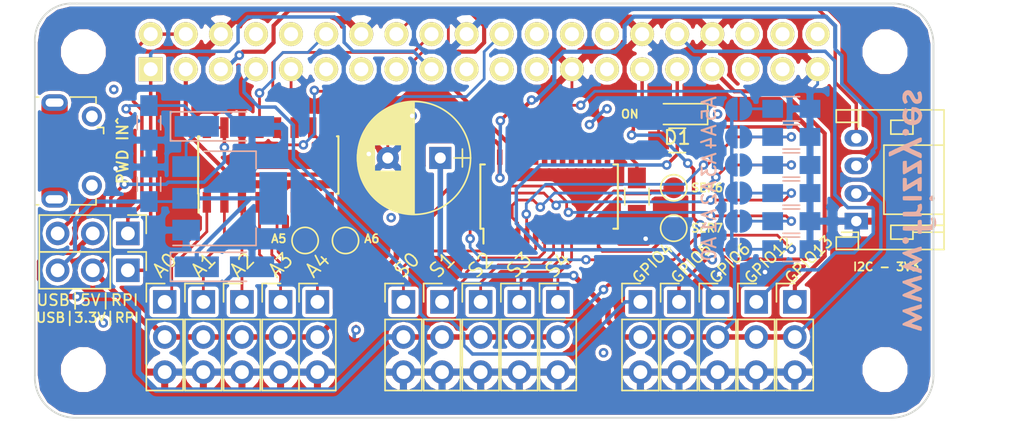
<source format=kicad_pcb>
(kicad_pcb (version 4) (host pcbnew 4.0.7)
  (layers (0 F.Cu signal) (31 B.Cu signal) (34 B.Paste user) (35 F.Paste user) (36 B.SilkS user) (37 F.SilkS user) (38 B.Mask user) (39 F.Mask user) (44 Edge.Cuts user))
  (net 0 "")
  (net 1 /5VUSB)
  (net 2 GND)
  (net 3 /3V3USB)
  (net 4 +3V3)
  (net 5 "Net-(D1-Pad2)")
  (net 6 /GPIO4)
  (net 7 /SER0)
  (net 8 +5V)
  (net 9 /CH0)
  (net 10 /GPIO5)
  (net 11 /SER1)
  (net 12 /CH1)
  (net 13 /GPIO6)
  (net 14 /SER2)
  (net 15 /CH2)
  (net 16 "Net-(J10-Pad2)")
  (net 17 "Net-(J10-Pad3)")
  (net 18 /GPIO12)
  (net 19 /SER3)
  (net 20 /CH3)
  (net 21 /3V3RPI)
  (net 22 /GPIO13)
  (net 23 /SER4)
  (net 24 /CH4)
  (net 25 /CH5)
  (net 26 /CH6)
  (net 27 /5VRPI)
  (net 28 /SCL)
  (net 29 /SDA)
  (net 30 /SER6)
  (net 31 /SER7)
  (net 32 /A0)
  (net 33 /A1)
  (net 34 /A2)
  (net 35 /A3)
  (net 36 /A4)
  (net 37 /A5)
  (net 38 "Net-(R8-Pad1)")
  (net 39 "Net-(U1-Pad8)")
  (net 40 "Net-(U1-Pad10)")
  (net 41 "Net-(U1-Pad11)")
  (net 42 /CLK)
  (net 43 "Net-(U1-Pad13)")
  (net 44 "Net-(U1-Pad15)")
  (net 45 /Dout)
  (net 46 /Din)
  (net 47 "Net-(U1-Pad19)")
  (net 48 "Net-(U1-Pad21)")
  (net 49 /CS)
  (net 50 "Net-(U1-Pad23)")
  (net 51 "Net-(U1-Pad24)")
  (net 52 "Net-(U1-Pad26)")
  (net 53 "Net-(U1-Pad27)")
  (net 54 "Net-(U1-Pad28)")
  (net 55 "Net-(U1-Pad35)")
  (net 56 "Net-(U1-Pad36)")
  (net 57 "Net-(U1-Pad37)")
  (net 58 "Net-(U1-Pad38)")
  (net 59 "Net-(U1-Pad40)")
  (net 60 /SER5)
  (net 61 "Net-(U3-Pad15)")
  (net 62 "Net-(U3-Pad16)")
  (net 63 "Net-(U3-Pad17)")
  (net 64 "Net-(U3-Pad18)")
  (net 65 "Net-(U3-Pad19)")
  (net 66 "Net-(U3-Pad20)")
  (net 67 "Net-(U3-Pad21)")
  (net 68 "Net-(U3-Pad22)")
  (net 69 "Net-(U4-Pad8)")
  (module Connectors_TestPoints:Test_Point_Pad_d1.5mm (layer F.Cu) (at 154.305 104.775)
    (fp_text reference J25 hide)
    (fp_text value SER7)
    (pad 1 smd circle (at 0 0) (size 1.5 1.5) (layers F.Cu F.Mask) (net 31 /SER7))
  )
  (module kicad_componentes:z_RPiZero_Hat_NPTH (layer F.Cu) (at 140.589 103.505)
    (fp_text reference U1 hide)
    (fp_text value Rpi3_Header hide)
    (pad "" np_thru_hole circle (at -29 11.5) (size 2.75 2.75) (drill 2.75) (layers *.Cu *.Mask))
    (pad "" np_thru_hole circle (at 29 -11.5) (size 2.75 2.75) (drill 2.75) (layers *.Cu *.Mask))
    (pad "" np_thru_hole circle (at -29 -11.5) (size 2.75 2.75) (drill 2.75) (layers *.Cu *.Mask))
    (pad "" np_thru_hole circle (at 29 11.5) (size 2.75 2.75) (drill 2.75) (layers *.Cu *.Mask))
    (pad 1 thru_hole rect (at -24.13 -10.23 180) (size 1.7272 1.7272) (drill 1.016) (layers *.Cu *.Mask F.SilkS) (net 21 /3V3RPI))
    (pad 2 thru_hole circle (at -24.13 -12.77 180) (size 1.7272 1.7272) (drill 1.016) (layers *.Cu *.Mask F.SilkS) (net 27 /5VRPI))
    (pad 3 thru_hole circle (at -21.59 -10.23 180) (size 1.7272 1.7272) (drill 1.016) (layers *.Cu *.Mask F.SilkS) (net 29 /SDA))
    (pad 4 thru_hole circle (at -21.59 -12.77 180) (size 1.7272 1.7272) (drill 1.016) (layers *.Cu *.Mask F.SilkS) (net 27 /5VRPI))
    (pad 5 thru_hole circle (at -19.05 -10.23 180) (size 1.7272 1.7272) (drill 1.016) (layers *.Cu *.Mask F.SilkS) (net 28 /SCL))
    (pad 6 thru_hole circle (at -19.05 -12.77 180) (size 1.7272 1.7272) (drill 1.016) (layers *.Cu *.Mask F.SilkS) (net 2 GND))
    (pad 7 thru_hole circle (at -16.51 -10.23 180) (size 1.7272 1.7272) (drill 1.016) (layers *.Cu *.Mask F.SilkS) (net 6 /GPIO4))
    (pad 8 thru_hole circle (at -16.51 -12.77 180) (size 1.7272 1.7272) (drill 1.016) (layers *.Cu *.Mask F.SilkS) (net 39 "Net-(U1-Pad8)"))
    (pad 9 thru_hole circle (at -13.97 -10.23 180) (size 1.7272 1.7272) (drill 1.016) (layers *.Cu *.Mask F.SilkS) (net 2 GND))
    (pad 10 thru_hole circle (at -13.97 -12.77 180) (size 1.7272 1.7272) (drill 1.016) (layers *.Cu *.Mask F.SilkS) (net 40 "Net-(U1-Pad10)"))
    (pad 11 thru_hole circle (at -11.43 -10.23 180) (size 1.7272 1.7272) (drill 1.016) (layers *.Cu *.Mask F.SilkS) (net 41 "Net-(U1-Pad11)"))
    (pad 12 thru_hole circle (at -11.43 -12.77 180) (size 1.7272 1.7272) (drill 1.016) (layers *.Cu *.Mask F.SilkS) (net 42 /CLK))
    (pad 13 thru_hole circle (at -8.89 -10.23 180) (size 1.7272 1.7272) (drill 1.016) (layers *.Cu *.Mask F.SilkS) (net 43 "Net-(U1-Pad13)"))
    (pad 14 thru_hole circle (at -8.89 -12.77 180) (size 1.7272 1.7272) (drill 1.016) (layers *.Cu *.Mask F.SilkS) (net 2 GND))
    (pad 15 thru_hole circle (at -6.35 -10.23 180) (size 1.7272 1.7272) (drill 1.016) (layers *.Cu *.Mask F.SilkS) (net 44 "Net-(U1-Pad15)"))
    (pad 16 thru_hole circle (at -6.35 -12.77 180) (size 1.7272 1.7272) (drill 1.016) (layers *.Cu *.Mask F.SilkS) (net 45 /Dout))
    (pad 17 thru_hole circle (at -3.81 -10.23 180) (size 1.7272 1.7272) (drill 1.016) (layers *.Cu *.Mask F.SilkS) (net 21 /3V3RPI))
    (pad 18 thru_hole circle (at -3.81 -12.77 180) (size 1.7272 1.7272) (drill 1.016) (layers *.Cu *.Mask F.SilkS) (net 46 /Din))
    (pad 19 thru_hole circle (at -1.27 -10.23 180) (size 1.7272 1.7272) (drill 1.016) (layers *.Cu *.Mask F.SilkS) (net 47 "Net-(U1-Pad19)"))
    (pad 20 thru_hole circle (at -1.27 -12.77 180) (size 1.7272 1.7272) (drill 1.016) (layers *.Cu *.Mask F.SilkS) (net 2 GND))
    (pad 21 thru_hole circle (at 1.27 -10.23 180) (size 1.7272 1.7272) (drill 1.016) (layers *.Cu *.Mask F.SilkS) (net 48 "Net-(U1-Pad21)"))
    (pad 22 thru_hole circle (at 1.27 -12.77 180) (size 1.7272 1.7272) (drill 1.016) (layers *.Cu *.Mask F.SilkS) (net 49 /CS))
    (pad 23 thru_hole circle (at 3.81 -10.23 180) (size 1.7272 1.7272) (drill 1.016) (layers *.Cu *.Mask F.SilkS) (net 50 "Net-(U1-Pad23)"))
    (pad 24 thru_hole circle (at 3.81 -12.77 180) (size 1.7272 1.7272) (drill 1.016) (layers *.Cu *.Mask F.SilkS) (net 51 "Net-(U1-Pad24)"))
    (pad 25 thru_hole circle (at 6.35 -10.23 180) (size 1.7272 1.7272) (drill 1.016) (layers *.Cu *.Mask F.SilkS) (net 2 GND))
    (pad 26 thru_hole circle (at 6.35 -12.77 180) (size 1.7272 1.7272) (drill 1.016) (layers *.Cu *.Mask F.SilkS) (net 52 "Net-(U1-Pad26)"))
    (pad 27 thru_hole circle (at 8.89 -10.23 180) (size 1.7272 1.7272) (drill 1.016) (layers *.Cu *.Mask F.SilkS) (net 53 "Net-(U1-Pad27)"))
    (pad 28 thru_hole circle (at 8.89 -12.77 180) (size 1.7272 1.7272) (drill 1.016) (layers *.Cu *.Mask F.SilkS) (net 54 "Net-(U1-Pad28)"))
    (pad 29 thru_hole circle (at 11.43 -10.23 180) (size 1.7272 1.7272) (drill 1.016) (layers *.Cu *.Mask F.SilkS) (net 10 /GPIO5))
    (pad 30 thru_hole circle (at 11.43 -12.77 180) (size 1.7272 1.7272) (drill 1.016) (layers *.Cu *.Mask F.SilkS) (net 2 GND))
    (pad 31 thru_hole circle (at 13.97 -10.23 180) (size 1.7272 1.7272) (drill 1.016) (layers *.Cu *.Mask F.SilkS) (net 13 /GPIO6))
    (pad 32 thru_hole circle (at 13.97 -12.77 180) (size 1.7272 1.7272) (drill 1.016) (layers *.Cu *.Mask F.SilkS) (net 18 /GPIO12))
    (pad 33 thru_hole circle (at 16.51 -10.23 180) (size 1.7272 1.7272) (drill 1.016) (layers *.Cu *.Mask F.SilkS) (net 22 /GPIO13))
    (pad 34 thru_hole circle (at 16.51 -12.77 180) (size 1.7272 1.7272) (drill 1.016) (layers *.Cu *.Mask F.SilkS) (net 2 GND))
    (pad 35 thru_hole circle (at 19.05 -10.23 180) (size 1.7272 1.7272) (drill 1.016) (layers *.Cu *.Mask F.SilkS) (net 55 "Net-(U1-Pad35)"))
    (pad 36 thru_hole circle (at 19.05 -12.77 180) (size 1.7272 1.7272) (drill 1.016) (layers *.Cu *.Mask F.SilkS) (net 56 "Net-(U1-Pad36)"))
    (pad 37 thru_hole circle (at 21.59 -10.23 180) (size 1.7272 1.7272) (drill 1.016) (layers *.Cu *.Mask F.SilkS) (net 57 "Net-(U1-Pad37)"))
    (pad 38 thru_hole circle (at 21.59 -12.77 180) (size 1.7272 1.7272) (drill 1.016) (layers *.Cu *.Mask F.SilkS) (net 58 "Net-(U1-Pad38)"))
    (pad 39 thru_hole circle (at 24.13 -10.23 180) (size 1.7272 1.7272) (drill 1.016) (layers *.Cu *.Mask F.SilkS) (net 2 GND))
    (pad 40 thru_hole circle (at 24.13 -12.77 180) (size 1.7272 1.7272) (drill 1.016) (layers *.Cu *.Mask F.SilkS) (net 59 "Net-(U1-Pad40)"))
  )
  (module Capacitors_Tantalum_SMD:CP_Tantalum_Case-A_EIA-3216-18_Hand (layer B.Cu) (at 121.793 97.409)
    (fp_text reference C1 hide)
    (fp_text value 22uF)
    (pad 1 smd rect (at -2 0) (size 3.2 1.5) (layers B.Cu B.Paste B.Mask) (net 1 /5VUSB))
    (pad 2 smd rect (at 2 0) (size 3.2 1.5) (layers B.Cu B.Paste B.Mask) (net 2 GND))
  )
  (module Capacitors_SMD:C_0805_HandSoldering (layer B.Cu) (at 116.332 97.155 270)
    (fp_text reference C2 hide)
    (fp_text value 100nF)
    (pad 1 smd rect (at -1.25 0 270) (size 1.5 1.25) (layers B.Cu B.Paste B.Mask) (net 1 /5VUSB))
    (pad 2 smd rect (at 1.25 0 270) (size 1.5 1.25) (layers B.Cu B.Paste B.Mask) (net 2 GND))
  )
  (module Capacitors_SMD:C_0805_HandSoldering (layer B.Cu) (at 116.332 101.6 90)
    (fp_text reference C3 hide)
    (fp_text value 100nF)
    (pad 1 smd rect (at -1.25 0 90) (size 1.5 1.25) (layers B.Cu B.Paste B.Mask) (net 3 /3V3USB))
    (pad 2 smd rect (at 1.25 0 90) (size 1.5 1.25) (layers B.Cu B.Paste B.Mask) (net 2 GND))
  )
  (module Capacitors_Tantalum_SMD:CP_Tantalum_Case-A_EIA-3216-18_Hand (layer B.Cu) (at 121.793 107.569)
    (fp_text reference C4 hide)
    (fp_text value 22uF)
    (pad 1 smd rect (at -2 0) (size 3.2 1.5) (layers B.Cu B.Paste B.Mask) (net 3 /3V3USB))
    (pad 2 smd rect (at 2 0) (size 3.2 1.5) (layers B.Cu B.Paste B.Mask) (net 2 GND))
  )
  (module Capacitors_THT:CP_Radial_D8.0mm_P3.80mm (layer F.Cu) (at 137.414 99.695 180)
    (fp_text reference C5 hide)
    (fp_text value 10uF)
    (pad 1 thru_hole rect (at 0 0 180) (size 1.6 1.6) (drill 0.8) (layers *.Cu *.Mask) (net 4 +3V3))
    (pad 2 thru_hole circle (at 3.8 0 180) (size 1.6 1.6) (drill 0.8) (layers *.Cu *.Mask) (net 2 GND))
  )
  (module LEDs:LED_0805_HandSoldering (layer F.Cu) (at 154.559 96.52 180)
    (fp_text reference D1 (at 0 -1.7 180) (layer F.SilkS))
    (fp_text value LED_PURPLE)
    (pad 1 smd rect (at -1.35 0 180) (size 1.5 1.3) (layers F.Cu F.Paste F.Mask) (net 2 GND))
    (pad 2 smd rect (at 1.35 0 180) (size 1.5 1.3) (layers F.Cu F.Paste F.Mask) (net 5 "Net-(D1-Pad2)"))
  )
  (module Pin_Headers:Pin_Header_Straight_1x03_Pitch2.54mm (layer F.Cu) (at 151.892 110.109)
    (fp_text reference J1 hide)
    (fp_text value GPIO4)
    (pad 1 thru_hole rect (at 0 0) (size 1.7 1.7) (drill 1) (layers *.Cu *.Mask) (net 6 /GPIO4))
    (pad 2 thru_hole oval (at 0 2.54) (size 1.7 1.7) (drill 1) (layers *.Cu *.Mask) (net 4 +3V3))
    (pad 3 thru_hole oval (at 0 5.08) (size 1.7 1.7) (drill 1) (layers *.Cu *.Mask) (net 2 GND))
  )
  (module Pin_Headers:Pin_Header_Straight_1x03_Pitch2.54mm (layer F.Cu) (at 134.747 110.109)
    (fp_text reference J2 hide)
    (fp_text value S0)
    (pad 1 thru_hole rect (at 0 0) (size 1.7 1.7) (drill 1) (layers *.Cu *.Mask) (net 7 /SER0))
    (pad 2 thru_hole oval (at 0 2.54) (size 1.7 1.7) (drill 1) (layers *.Cu *.Mask) (net 8 +5V))
    (pad 3 thru_hole oval (at 0 5.08) (size 1.7 1.7) (drill 1) (layers *.Cu *.Mask) (net 2 GND))
  )
  (module Pin_Headers:Pin_Header_Straight_1x03_Pitch2.54mm (layer F.Cu) (at 117.475 110.109)
    (fp_text reference J3 hide)
    (fp_text value A0)
    (pad 1 thru_hole rect (at 0 0) (size 1.7 1.7) (drill 1) (layers *.Cu *.Mask) (net 9 /CH0))
    (pad 2 thru_hole oval (at 0 2.54) (size 1.7 1.7) (drill 1) (layers *.Cu *.Mask) (net 4 +3V3))
    (pad 3 thru_hole oval (at 0 5.08) (size 1.7 1.7) (drill 1) (layers *.Cu *.Mask) (net 2 GND))
  )
  (module Pin_Headers:Pin_Header_Straight_1x03_Pitch2.54mm (layer F.Cu) (at 154.686 110.109)
    (fp_text reference J4 hide)
    (fp_text value GPIO5)
    (pad 1 thru_hole rect (at 0 0) (size 1.7 1.7) (drill 1) (layers *.Cu *.Mask) (net 10 /GPIO5))
    (pad 2 thru_hole oval (at 0 2.54) (size 1.7 1.7) (drill 1) (layers *.Cu *.Mask) (net 4 +3V3))
    (pad 3 thru_hole oval (at 0 5.08) (size 1.7 1.7) (drill 1) (layers *.Cu *.Mask) (net 2 GND))
  )
  (module Pin_Headers:Pin_Header_Straight_1x03_Pitch2.54mm (layer F.Cu) (at 137.541 110.109)
    (fp_text reference J5 hide)
    (fp_text value S1)
    (pad 1 thru_hole rect (at 0 0) (size 1.7 1.7) (drill 1) (layers *.Cu *.Mask) (net 11 /SER1))
    (pad 2 thru_hole oval (at 0 2.54) (size 1.7 1.7) (drill 1) (layers *.Cu *.Mask) (net 8 +5V))
    (pad 3 thru_hole oval (at 0 5.08) (size 1.7 1.7) (drill 1) (layers *.Cu *.Mask) (net 2 GND))
  )
  (module Pin_Headers:Pin_Header_Straight_1x03_Pitch2.54mm (layer F.Cu) (at 120.269 110.109)
    (fp_text reference J6 hide)
    (fp_text value A1)
    (pad 1 thru_hole rect (at 0 0) (size 1.7 1.7) (drill 1) (layers *.Cu *.Mask) (net 12 /CH1))
    (pad 2 thru_hole oval (at 0 2.54) (size 1.7 1.7) (drill 1) (layers *.Cu *.Mask) (net 4 +3V3))
    (pad 3 thru_hole oval (at 0 5.08) (size 1.7 1.7) (drill 1) (layers *.Cu *.Mask) (net 2 GND))
  )
  (module Pin_Headers:Pin_Header_Straight_1x03_Pitch2.54mm (layer F.Cu) (at 157.48 110.109)
    (fp_text reference J7 hide)
    (fp_text value GPIO6)
    (pad 1 thru_hole rect (at 0 0) (size 1.7 1.7) (drill 1) (layers *.Cu *.Mask) (net 13 /GPIO6))
    (pad 2 thru_hole oval (at 0 2.54) (size 1.7 1.7) (drill 1) (layers *.Cu *.Mask) (net 4 +3V3))
    (pad 3 thru_hole oval (at 0 5.08) (size 1.7 1.7) (drill 1) (layers *.Cu *.Mask) (net 2 GND))
  )
  (module Pin_Headers:Pin_Header_Straight_1x03_Pitch2.54mm (layer F.Cu) (at 140.335 110.109)
    (fp_text reference J8 hide)
    (fp_text value S2)
    (pad 1 thru_hole rect (at 0 0) (size 1.7 1.7) (drill 1) (layers *.Cu *.Mask) (net 14 /SER2))
    (pad 2 thru_hole oval (at 0 2.54) (size 1.7 1.7) (drill 1) (layers *.Cu *.Mask) (net 8 +5V))
    (pad 3 thru_hole oval (at 0 5.08) (size 1.7 1.7) (drill 1) (layers *.Cu *.Mask) (net 2 GND))
  )
  (module Pin_Headers:Pin_Header_Straight_1x03_Pitch2.54mm (layer F.Cu) (at 123.063 110.109)
    (fp_text reference J9 hide)
    (fp_text value A2)
    (pad 1 thru_hole rect (at 0 0) (size 1.7 1.7) (drill 1) (layers *.Cu *.Mask) (net 15 /CH2))
    (pad 2 thru_hole oval (at 0 2.54) (size 1.7 1.7) (drill 1) (layers *.Cu *.Mask) (net 4 +3V3))
    (pad 3 thru_hole oval (at 0 5.08) (size 1.7 1.7) (drill 1) (layers *.Cu *.Mask) (net 2 GND))
  )
  (module Connectors_USB:USB_Micro-B_Molex-105017-0001 (layer F.Cu) (at 109.855 99.187 270)
    (fp_text reference J10 hide)
    (fp_text value USB)
    (pad 6 smd rect (at 1 0.35 270) (size 1.5 1.9) (layers F.Cu F.Paste F.Mask))
    (pad 6 thru_hole circle (at -2.5 -2.35 270) (size 1.45 1.45) (drill 0.85) (layers *.Cu *.Mask))
    (pad 2 smd rect (at -0.65 -2.35 270) (size 0.4 1.35) (layers F.Cu F.Paste F.Mask) (net 16 "Net-(J10-Pad2)"))
    (pad 1 smd rect (at -1.3 -2.35 270) (size 0.4 1.35) (layers F.Cu F.Paste F.Mask) (net 1 /5VUSB))
    (pad 5 smd rect (at 1.3 -2.35 270) (size 0.4 1.35) (layers F.Cu F.Paste F.Mask) (net 2 GND))
    (pad 4 smd rect (at 0.65 -2.35 270) (size 0.4 1.35) (layers F.Cu F.Paste F.Mask) (net 2 GND))
    (pad 3 smd rect (at 0 -2.35 270) (size 0.4 1.35) (layers F.Cu F.Paste F.Mask) (net 17 "Net-(J10-Pad3)"))
    (pad 6 thru_hole circle (at 2.5 -2.35 270) (size 1.45 1.45) (drill 0.85) (layers *.Cu *.Mask))
    (pad 6 smd rect (at -1 0.35 270) (size 1.5 1.9) (layers F.Cu F.Paste F.Mask))
    (pad 6 thru_hole oval (at -3.5 0.35 90) (size 1.2 1.9) (drill oval 0.6 1.3) (layers *.Cu *.Mask))
    (pad 6 thru_hole oval (at 3.5 0.35 270) (size 1.2 1.9) (drill oval 0.6 1.3) (layers *.Cu *.Mask))
    (pad 6 smd rect (at 2.9 0.35 270) (size 1.2 1.9) (layers F.Cu F.Mask))
    (pad 6 smd rect (at -2.9 0.35 270) (size 1.2 1.9) (layers F.Cu F.Mask))
  )
  (module Pin_Headers:Pin_Header_Straight_1x03_Pitch2.54mm (layer F.Cu) (at 160.274 110.109)
    (fp_text reference J11 hide)
    (fp_text value GPIO12)
    (pad 1 thru_hole rect (at 0 0) (size 1.7 1.7) (drill 1) (layers *.Cu *.Mask) (net 18 /GPIO12))
    (pad 2 thru_hole oval (at 0 2.54) (size 1.7 1.7) (drill 1) (layers *.Cu *.Mask) (net 4 +3V3))
    (pad 3 thru_hole oval (at 0 5.08) (size 1.7 1.7) (drill 1) (layers *.Cu *.Mask) (net 2 GND))
  )
  (module Pin_Headers:Pin_Header_Straight_1x03_Pitch2.54mm (layer F.Cu) (at 143.129 110.109)
    (fp_text reference J12 hide)
    (fp_text value S3)
    (pad 1 thru_hole rect (at 0 0) (size 1.7 1.7) (drill 1) (layers *.Cu *.Mask) (net 19 /SER3))
    (pad 2 thru_hole oval (at 0 2.54) (size 1.7 1.7) (drill 1) (layers *.Cu *.Mask) (net 8 +5V))
    (pad 3 thru_hole oval (at 0 5.08) (size 1.7 1.7) (drill 1) (layers *.Cu *.Mask) (net 2 GND))
  )
  (module Pin_Headers:Pin_Header_Straight_1x03_Pitch2.54mm (layer F.Cu) (at 125.857 110.109)
    (fp_text reference J13 hide)
    (fp_text value A3)
    (pad 1 thru_hole rect (at 0 0) (size 1.7 1.7) (drill 1) (layers *.Cu *.Mask) (net 20 /CH3))
    (pad 2 thru_hole oval (at 0 2.54) (size 1.7 1.7) (drill 1) (layers *.Cu *.Mask) (net 4 +3V3))
    (pad 3 thru_hole oval (at 0 5.08) (size 1.7 1.7) (drill 1) (layers *.Cu *.Mask) (net 2 GND))
  )
  (module Pin_Headers:Pin_Header_Straight_1x03_Pitch2.54mm (layer F.Cu) (at 114.808 107.823 270)
    (fp_text reference J14 hide)
    (fp_text value JP_3.3V)
    (pad 1 thru_hole rect (at 0 0 270) (size 1.7 1.7) (drill 1) (layers *.Cu *.Mask) (net 21 /3V3RPI))
    (pad 2 thru_hole oval (at 0 2.54 270) (size 1.7 1.7) (drill 1) (layers *.Cu *.Mask) (net 4 +3V3))
    (pad 3 thru_hole oval (at 0 5.08 270) (size 1.7 1.7) (drill 1) (layers *.Cu *.Mask) (net 3 /3V3USB))
  )
  (module Pin_Headers:Pin_Header_Straight_1x03_Pitch2.54mm (layer F.Cu) (at 163.068 110.109)
    (fp_text reference J15 hide)
    (fp_text value GPIO13)
    (pad 1 thru_hole rect (at 0 0) (size 1.7 1.7) (drill 1) (layers *.Cu *.Mask) (net 22 /GPIO13))
    (pad 2 thru_hole oval (at 0 2.54) (size 1.7 1.7) (drill 1) (layers *.Cu *.Mask) (net 4 +3V3))
    (pad 3 thru_hole oval (at 0 5.08) (size 1.7 1.7) (drill 1) (layers *.Cu *.Mask) (net 2 GND))
  )
  (module Pin_Headers:Pin_Header_Straight_1x03_Pitch2.54mm (layer F.Cu) (at 145.923 110.109)
    (fp_text reference J16 hide)
    (fp_text value S4)
    (pad 1 thru_hole rect (at 0 0) (size 1.7 1.7) (drill 1) (layers *.Cu *.Mask) (net 23 /SER4))
    (pad 2 thru_hole oval (at 0 2.54) (size 1.7 1.7) (drill 1) (layers *.Cu *.Mask) (net 8 +5V))
    (pad 3 thru_hole oval (at 0 5.08) (size 1.7 1.7) (drill 1) (layers *.Cu *.Mask) (net 2 GND))
  )
  (module Pin_Headers:Pin_Header_Straight_1x03_Pitch2.54mm (layer F.Cu) (at 128.524 110.109)
    (fp_text reference J17 hide)
    (fp_text value A4)
    (pad 1 thru_hole rect (at 0 0) (size 1.7 1.7) (drill 1) (layers *.Cu *.Mask) (net 24 /CH4))
    (pad 2 thru_hole oval (at 0 2.54) (size 1.7 1.7) (drill 1) (layers *.Cu *.Mask) (net 4 +3V3))
    (pad 3 thru_hole oval (at 0 5.08) (size 1.7 1.7) (drill 1) (layers *.Cu *.Mask) (net 2 GND))
  )
  (module Connectors_TestPoints:Test_Point_Pad_d1.5mm (layer F.Cu) (at 127.635 105.664)
    (fp_text reference J18 hide)
    (fp_text value CH5)
    (pad 1 smd circle (at 0 0) (size 1.5 1.5) (layers F.Cu F.Mask) (net 25 /CH5))
  )
  (module Connectors_TestPoints:Test_Point_Pad_d1.5mm (layer F.Cu) (at 130.556 105.664)
    (fp_text reference J19 hide)
    (fp_text value CH6)
    (pad 1 smd circle (at 0 0) (size 1.5 1.5) (layers F.Cu F.Mask) (net 26 /CH6))
  )
  (module Pin_Headers:Pin_Header_Straight_1x03_Pitch2.54mm (layer F.Cu) (at 114.808 105.156 270)
    (fp_text reference J21 hide)
    (fp_text value JP_5V)
    (pad 1 thru_hole rect (at 0 0 270) (size 1.7 1.7) (drill 1) (layers *.Cu *.Mask) (net 27 /5VRPI))
    (pad 2 thru_hole oval (at 0 2.54 270) (size 1.7 1.7) (drill 1) (layers *.Cu *.Mask) (net 8 +5V))
    (pad 3 thru_hole oval (at 0 5.08 270) (size 1.7 1.7) (drill 1) (layers *.Cu *.Mask) (net 1 /5VUSB))
  )
  (module Connectors_JST:JST_PH_S4B-PH-K_04x2.00mm_Angled (layer F.Cu) (at 167.513 104.267 90)
    (fp_text reference I2C hide)
    (fp_text value I2C-1)
    (pad 1 thru_hole rect (at 0 0 90) (size 1.2 1.7) (drill 0.75) (layers *.Cu *.Mask) (net 2 GND))
    (pad 2 thru_hole oval (at 2 0 90) (size 1.2 1.7) (drill 0.75) (layers *.Cu *.Mask) (net 4 +3V3))
    (pad 3 thru_hole oval (at 4 0 90) (size 1.2 1.7) (drill 0.75) (layers *.Cu *.Mask) (net 28 /SCL))
    (pad 4 thru_hole oval (at 6 0 90) (size 1.2 1.7) (drill 0.75) (layers *.Cu *.Mask) (net 29 /SDA))
  )
  (module Connectors_TestPoints:Test_Point_Pad_d1.5mm (layer F.Cu) (at 154.305 101.854)
    (fp_text reference J24 hide)
    (fp_text value SER6)
    (pad 1 smd circle (at 0 0) (size 1.5 1.5) (layers F.Cu F.Mask) (net 30 /SER6))
  )
  (module conn-test:JUMPER-SOLDER-SMD (layer B.Cu) (at 159.004 106.299 90)
    (fp_text reference A0 (at 0 -2.1336 90) (layer B.SilkS) (effects (justify mirror)))
    (fp_text value A0)
    (fp_line (start -0.6604 0.254) (end 0.6604 0.254) (layer B.Cu) (width 0.15))
    (fp_line (start 0.6604 0.254) (end 0.6604 0.3556) (layer B.Cu) (width 0.15))
    (fp_line (start 0.6604 0.3556) (end -0.6604 0.3556) (layer B.Cu) (width 0.15))
    (fp_line (start -0.6604 0.3556) (end -0.6604 0.4572) (layer B.Cu) (width 0.15))
    (fp_line (start -0.6604 0.4572) (end 0.6096 0.4572) (layer B.Cu) (width 0.15))
    (fp_line (start 0.6096 0.4572) (end 0.6096 0.5588) (layer B.Cu) (width 0.15))
    (fp_line (start 0.6096 0.5588) (end -0.5588 0.5588) (layer B.Cu) (width 0.15))
    (fp_line (start -0.5588 0.5588) (end -0.508 0.6604) (layer B.Cu) (width 0.15))
    (fp_line (start -0.508 0.6604) (end 0.4572 0.6604) (layer B.Cu) (width 0.15))
    (fp_line (start 0.4572 0.6604) (end 0.3556 0.762) (layer B.Cu) (width 0.15))
    (fp_line (start 0.3556 0.762) (end -0.3556 0.762) (layer B.Cu) (width 0.15))
    (fp_line (start -0.3556 0.762) (end -0.3048 0.8128) (layer B.Cu) (width 0.15))
    (fp_line (start -0.3048 0.8128) (end 0.254 0.8128) (layer B.Cu) (width 0.15))
    (fp_line (start 0.6096 -0.4572) (end 0.6096 -0.5588) (layer B.Cu) (width 0.15))
    (fp_line (start 0.6096 -0.5588) (end -0.508 -0.5588) (layer B.Cu) (width 0.15))
    (fp_line (start -0.508 -0.5588) (end -0.508 -0.6604) (layer B.Cu) (width 0.15))
    (fp_line (start -0.508 -0.6604) (end 0.4572 -0.6604) (layer B.Cu) (width 0.15))
    (fp_line (start 0.4572 -0.6604) (end 0.4572 -0.7112) (layer B.Cu) (width 0.15))
    (fp_line (start 0.4572 -0.7112) (end -0.4064 -0.7112) (layer B.Cu) (width 0.15))
    (fp_line (start -0.4064 -0.7112) (end -0.4064 -0.762) (layer B.Cu) (width 0.15))
    (fp_line (start -0.4064 -0.762) (end 0.3048 -0.762) (layer B.Cu) (width 0.15))
    (fp_line (start 0.3048 -0.762) (end 0.3048 -0.8128) (layer B.Cu) (width 0.15))
    (fp_line (start 0.3048 -0.8128) (end -0.254 -0.8128) (layer B.Cu) (width 0.15))
    (fp_line (start -0.7112 -0.254) (end 0.6604 -0.254) (layer B.Cu) (width 0.15))
    (fp_line (start 0.6604 -0.254) (end 0.6604 -0.3556) (layer B.Cu) (width 0.15))
    (fp_line (start 0.6604 -0.3556) (end -0.6604 -0.3556) (layer B.Cu) (width 0.15))
    (fp_line (start -0.6604 -0.3556) (end -0.6604 -0.4572) (layer B.Cu) (width 0.15))
    (fp_line (start -0.6604 -0.4572) (end 0.6096 -0.4572) (layer B.Cu) (width 0.15))
    (fp_line (start 0.6096 -0.4572) (end 0.6096 -0.508) (layer B.Cu) (width 0.15))
    (fp_line (start -0.762 -0.1524) (end 0.762 -0.1524) (layer B.Cu) (width 0.15))
    (fp_line (start -0.762 0.1524) (end 0.762 0.1524) (layer B.Cu) (width 0.15))
    (fp_arc (start 0 0.1524) (end 0 0.9144) (angle -90) (layer B.Cu) (width 0.15))
    (fp_arc (start 0 0.1524) (end -0.762 0.1524) (angle -90) (layer B.Cu) (width 0.15))
    (fp_arc (start 0 -0.1524) (end 0 -0.9144) (angle -90) (layer B.Cu) (width 0.15))
    (fp_arc (start 0 -0.1524) (end 0.762 -0.1524) (angle -90) (layer B.Cu) (width 0.15))
    (pad 2 smd trapezoid (at 0 0.5) (size 0.6 1) (rect_delta 0.1 0) (layers B.Cu B.Mask) (net 32 /A0))
    (pad 1 smd trapezoid (at 0 -0.5 180) (size 0.6 1) (rect_delta 0.1 0) (layers B.Cu B.Mask) (net 4 +3V3))
  )
  (module conn-test:JUMPER-SOLDER-SMD (layer B.Cu) (at 159.004 104.267 90)
    (fp_text reference A1 (at 0 -2.1336 90) (layer B.SilkS) (effects (justify mirror)))
    (fp_text value A1)
    (fp_line (start -0.6604 0.254) (end 0.6604 0.254) (layer B.Cu) (width 0.15))
    (fp_line (start 0.6604 0.254) (end 0.6604 0.3556) (layer B.Cu) (width 0.15))
    (fp_line (start 0.6604 0.3556) (end -0.6604 0.3556) (layer B.Cu) (width 0.15))
    (fp_line (start -0.6604 0.3556) (end -0.6604 0.4572) (layer B.Cu) (width 0.15))
    (fp_line (start -0.6604 0.4572) (end 0.6096 0.4572) (layer B.Cu) (width 0.15))
    (fp_line (start 0.6096 0.4572) (end 0.6096 0.5588) (layer B.Cu) (width 0.15))
    (fp_line (start 0.6096 0.5588) (end -0.5588 0.5588) (layer B.Cu) (width 0.15))
    (fp_line (start -0.5588 0.5588) (end -0.508 0.6604) (layer B.Cu) (width 0.15))
    (fp_line (start -0.508 0.6604) (end 0.4572 0.6604) (layer B.Cu) (width 0.15))
    (fp_line (start 0.4572 0.6604) (end 0.3556 0.762) (layer B.Cu) (width 0.15))
    (fp_line (start 0.3556 0.762) (end -0.3556 0.762) (layer B.Cu) (width 0.15))
    (fp_line (start -0.3556 0.762) (end -0.3048 0.8128) (layer B.Cu) (width 0.15))
    (fp_line (start -0.3048 0.8128) (end 0.254 0.8128) (layer B.Cu) (width 0.15))
    (fp_line (start 0.6096 -0.4572) (end 0.6096 -0.5588) (layer B.Cu) (width 0.15))
    (fp_line (start 0.6096 -0.5588) (end -0.508 -0.5588) (layer B.Cu) (width 0.15))
    (fp_line (start -0.508 -0.5588) (end -0.508 -0.6604) (layer B.Cu) (width 0.15))
    (fp_line (start -0.508 -0.6604) (end 0.4572 -0.6604) (layer B.Cu) (width 0.15))
    (fp_line (start 0.4572 -0.6604) (end 0.4572 -0.7112) (layer B.Cu) (width 0.15))
    (fp_line (start 0.4572 -0.7112) (end -0.4064 -0.7112) (layer B.Cu) (width 0.15))
    (fp_line (start -0.4064 -0.7112) (end -0.4064 -0.762) (layer B.Cu) (width 0.15))
    (fp_line (start -0.4064 -0.762) (end 0.3048 -0.762) (layer B.Cu) (width 0.15))
    (fp_line (start 0.3048 -0.762) (end 0.3048 -0.8128) (layer B.Cu) (width 0.15))
    (fp_line (start 0.3048 -0.8128) (end -0.254 -0.8128) (layer B.Cu) (width 0.15))
    (fp_line (start -0.7112 -0.254) (end 0.6604 -0.254) (layer B.Cu) (width 0.15))
    (fp_line (start 0.6604 -0.254) (end 0.6604 -0.3556) (layer B.Cu) (width 0.15))
    (fp_line (start 0.6604 -0.3556) (end -0.6604 -0.3556) (layer B.Cu) (width 0.15))
    (fp_line (start -0.6604 -0.3556) (end -0.6604 -0.4572) (layer B.Cu) (width 0.15))
    (fp_line (start -0.6604 -0.4572) (end 0.6096 -0.4572) (layer B.Cu) (width 0.15))
    (fp_line (start 0.6096 -0.4572) (end 0.6096 -0.508) (layer B.Cu) (width 0.15))
    (fp_line (start -0.762 -0.1524) (end 0.762 -0.1524) (layer B.Cu) (width 0.15))
    (fp_line (start -0.762 0.1524) (end 0.762 0.1524) (layer B.Cu) (width 0.15))
    (fp_arc (start 0 0.1524) (end 0 0.9144) (angle -90) (layer B.Cu) (width 0.15))
    (fp_arc (start 0 0.1524) (end -0.762 0.1524) (angle -90) (layer B.Cu) (width 0.15))
    (fp_arc (start 0 -0.1524) (end 0 -0.9144) (angle -90) (layer B.Cu) (width 0.15))
    (fp_arc (start 0 -0.1524) (end 0.762 -0.1524) (angle -90) (layer B.Cu) (width 0.15))
    (pad 2 smd trapezoid (at 0 0.5) (size 0.6 1) (rect_delta 0.1 0) (layers B.Cu B.Mask) (net 33 /A1))
    (pad 1 smd trapezoid (at 0 -0.5 180) (size 0.6 1) (rect_delta 0.1 0) (layers B.Cu B.Mask) (net 4 +3V3))
  )
  (module conn-test:JUMPER-SOLDER-SMD (layer B.Cu) (at 159.004 102.235 90)
    (fp_text reference A2 (at 0 -2.1336 90) (layer B.SilkS) (effects (justify mirror)))
    (fp_text value A2)
    (fp_line (start -0.6604 0.254) (end 0.6604 0.254) (layer B.Cu) (width 0.15))
    (fp_line (start 0.6604 0.254) (end 0.6604 0.3556) (layer B.Cu) (width 0.15))
    (fp_line (start 0.6604 0.3556) (end -0.6604 0.3556) (layer B.Cu) (width 0.15))
    (fp_line (start -0.6604 0.3556) (end -0.6604 0.4572) (layer B.Cu) (width 0.15))
    (fp_line (start -0.6604 0.4572) (end 0.6096 0.4572) (layer B.Cu) (width 0.15))
    (fp_line (start 0.6096 0.4572) (end 0.6096 0.5588) (layer B.Cu) (width 0.15))
    (fp_line (start 0.6096 0.5588) (end -0.5588 0.5588) (layer B.Cu) (width 0.15))
    (fp_line (start -0.5588 0.5588) (end -0.508 0.6604) (layer B.Cu) (width 0.15))
    (fp_line (start -0.508 0.6604) (end 0.4572 0.6604) (layer B.Cu) (width 0.15))
    (fp_line (start 0.4572 0.6604) (end 0.3556 0.762) (layer B.Cu) (width 0.15))
    (fp_line (start 0.3556 0.762) (end -0.3556 0.762) (layer B.Cu) (width 0.15))
    (fp_line (start -0.3556 0.762) (end -0.3048 0.8128) (layer B.Cu) (width 0.15))
    (fp_line (start -0.3048 0.8128) (end 0.254 0.8128) (layer B.Cu) (width 0.15))
    (fp_line (start 0.6096 -0.4572) (end 0.6096 -0.5588) (layer B.Cu) (width 0.15))
    (fp_line (start 0.6096 -0.5588) (end -0.508 -0.5588) (layer B.Cu) (width 0.15))
    (fp_line (start -0.508 -0.5588) (end -0.508 -0.6604) (layer B.Cu) (width 0.15))
    (fp_line (start -0.508 -0.6604) (end 0.4572 -0.6604) (layer B.Cu) (width 0.15))
    (fp_line (start 0.4572 -0.6604) (end 0.4572 -0.7112) (layer B.Cu) (width 0.15))
    (fp_line (start 0.4572 -0.7112) (end -0.4064 -0.7112) (layer B.Cu) (width 0.15))
    (fp_line (start -0.4064 -0.7112) (end -0.4064 -0.762) (layer B.Cu) (width 0.15))
    (fp_line (start -0.4064 -0.762) (end 0.3048 -0.762) (layer B.Cu) (width 0.15))
    (fp_line (start 0.3048 -0.762) (end 0.3048 -0.8128) (layer B.Cu) (width 0.15))
    (fp_line (start 0.3048 -0.8128) (end -0.254 -0.8128) (layer B.Cu) (width 0.15))
    (fp_line (start -0.7112 -0.254) (end 0.6604 -0.254) (layer B.Cu) (width 0.15))
    (fp_line (start 0.6604 -0.254) (end 0.6604 -0.3556) (layer B.Cu) (width 0.15))
    (fp_line (start 0.6604 -0.3556) (end -0.6604 -0.3556) (layer B.Cu) (width 0.15))
    (fp_line (start -0.6604 -0.3556) (end -0.6604 -0.4572) (layer B.Cu) (width 0.15))
    (fp_line (start -0.6604 -0.4572) (end 0.6096 -0.4572) (layer B.Cu) (width 0.15))
    (fp_line (start 0.6096 -0.4572) (end 0.6096 -0.508) (layer B.Cu) (width 0.15))
    (fp_line (start -0.762 -0.1524) (end 0.762 -0.1524) (layer B.Cu) (width 0.15))
    (fp_line (start -0.762 0.1524) (end 0.762 0.1524) (layer B.Cu) (width 0.15))
    (fp_arc (start 0 0.1524) (end 0 0.9144) (angle -90) (layer B.Cu) (width 0.15))
    (fp_arc (start 0 0.1524) (end -0.762 0.1524) (angle -90) (layer B.Cu) (width 0.15))
    (fp_arc (start 0 -0.1524) (end 0 -0.9144) (angle -90) (layer B.Cu) (width 0.15))
    (fp_arc (start 0 -0.1524) (end 0.762 -0.1524) (angle -90) (layer B.Cu) (width 0.15))
    (pad 2 smd trapezoid (at 0 0.5) (size 0.6 1) (rect_delta 0.1 0) (layers B.Cu B.Mask) (net 34 /A2))
    (pad 1 smd trapezoid (at 0 -0.5 180) (size 0.6 1) (rect_delta 0.1 0) (layers B.Cu B.Mask) (net 4 +3V3))
  )
  (module conn-test:JUMPER-SOLDER-SMD (layer B.Cu) (at 159.004 100.203 90)
    (fp_text reference A3 (at 0 -2.1336 90) (layer B.SilkS) (effects (justify mirror)))
    (fp_text value A3)
    (fp_line (start -0.6604 0.254) (end 0.6604 0.254) (layer B.Cu) (width 0.15))
    (fp_line (start 0.6604 0.254) (end 0.6604 0.3556) (layer B.Cu) (width 0.15))
    (fp_line (start 0.6604 0.3556) (end -0.6604 0.3556) (layer B.Cu) (width 0.15))
    (fp_line (start -0.6604 0.3556) (end -0.6604 0.4572) (layer B.Cu) (width 0.15))
    (fp_line (start -0.6604 0.4572) (end 0.6096 0.4572) (layer B.Cu) (width 0.15))
    (fp_line (start 0.6096 0.4572) (end 0.6096 0.5588) (layer B.Cu) (width 0.15))
    (fp_line (start 0.6096 0.5588) (end -0.5588 0.5588) (layer B.Cu) (width 0.15))
    (fp_line (start -0.5588 0.5588) (end -0.508 0.6604) (layer B.Cu) (width 0.15))
    (fp_line (start -0.508 0.6604) (end 0.4572 0.6604) (layer B.Cu) (width 0.15))
    (fp_line (start 0.4572 0.6604) (end 0.3556 0.762) (layer B.Cu) (width 0.15))
    (fp_line (start 0.3556 0.762) (end -0.3556 0.762) (layer B.Cu) (width 0.15))
    (fp_line (start -0.3556 0.762) (end -0.3048 0.8128) (layer B.Cu) (width 0.15))
    (fp_line (start -0.3048 0.8128) (end 0.254 0.8128) (layer B.Cu) (width 0.15))
    (fp_line (start 0.6096 -0.4572) (end 0.6096 -0.5588) (layer B.Cu) (width 0.15))
    (fp_line (start 0.6096 -0.5588) (end -0.508 -0.5588) (layer B.Cu) (width 0.15))
    (fp_line (start -0.508 -0.5588) (end -0.508 -0.6604) (layer B.Cu) (width 0.15))
    (fp_line (start -0.508 -0.6604) (end 0.4572 -0.6604) (layer B.Cu) (width 0.15))
    (fp_line (start 0.4572 -0.6604) (end 0.4572 -0.7112) (layer B.Cu) (width 0.15))
    (fp_line (start 0.4572 -0.7112) (end -0.4064 -0.7112) (layer B.Cu) (width 0.15))
    (fp_line (start -0.4064 -0.7112) (end -0.4064 -0.762) (layer B.Cu) (width 0.15))
    (fp_line (start -0.4064 -0.762) (end 0.3048 -0.762) (layer B.Cu) (width 0.15))
    (fp_line (start 0.3048 -0.762) (end 0.3048 -0.8128) (layer B.Cu) (width 0.15))
    (fp_line (start 0.3048 -0.8128) (end -0.254 -0.8128) (layer B.Cu) (width 0.15))
    (fp_line (start -0.7112 -0.254) (end 0.6604 -0.254) (layer B.Cu) (width 0.15))
    (fp_line (start 0.6604 -0.254) (end 0.6604 -0.3556) (layer B.Cu) (width 0.15))
    (fp_line (start 0.6604 -0.3556) (end -0.6604 -0.3556) (layer B.Cu) (width 0.15))
    (fp_line (start -0.6604 -0.3556) (end -0.6604 -0.4572) (layer B.Cu) (width 0.15))
    (fp_line (start -0.6604 -0.4572) (end 0.6096 -0.4572) (layer B.Cu) (width 0.15))
    (fp_line (start 0.6096 -0.4572) (end 0.6096 -0.508) (layer B.Cu) (width 0.15))
    (fp_line (start -0.762 -0.1524) (end 0.762 -0.1524) (layer B.Cu) (width 0.15))
    (fp_line (start -0.762 0.1524) (end 0.762 0.1524) (layer B.Cu) (width 0.15))
    (fp_arc (start 0 0.1524) (end 0 0.9144) (angle -90) (layer B.Cu) (width 0.15))
    (fp_arc (start 0 0.1524) (end -0.762 0.1524) (angle -90) (layer B.Cu) (width 0.15))
    (fp_arc (start 0 -0.1524) (end 0 -0.9144) (angle -90) (layer B.Cu) (width 0.15))
    (fp_arc (start 0 -0.1524) (end 0.762 -0.1524) (angle -90) (layer B.Cu) (width 0.15))
    (pad 2 smd trapezoid (at 0 0.5) (size 0.6 1) (rect_delta 0.1 0) (layers B.Cu B.Mask) (net 35 /A3))
    (pad 1 smd trapezoid (at 0 -0.5 180) (size 0.6 1) (rect_delta 0.1 0) (layers B.Cu B.Mask) (net 4 +3V3))
  )
  (module conn-test:JUMPER-SOLDER-SMD (layer B.Cu) (at 159.004 98.171 90)
    (fp_text reference A4 (at 0 -2.1336 90) (layer B.SilkS) (effects (justify mirror)))
    (fp_text value A4)
    (fp_line (start -0.6604 0.254) (end 0.6604 0.254) (layer B.Cu) (width 0.15))
    (fp_line (start 0.6604 0.254) (end 0.6604 0.3556) (layer B.Cu) (width 0.15))
    (fp_line (start 0.6604 0.3556) (end -0.6604 0.3556) (layer B.Cu) (width 0.15))
    (fp_line (start -0.6604 0.3556) (end -0.6604 0.4572) (layer B.Cu) (width 0.15))
    (fp_line (start -0.6604 0.4572) (end 0.6096 0.4572) (layer B.Cu) (width 0.15))
    (fp_line (start 0.6096 0.4572) (end 0.6096 0.5588) (layer B.Cu) (width 0.15))
    (fp_line (start 0.6096 0.5588) (end -0.5588 0.5588) (layer B.Cu) (width 0.15))
    (fp_line (start -0.5588 0.5588) (end -0.508 0.6604) (layer B.Cu) (width 0.15))
    (fp_line (start -0.508 0.6604) (end 0.4572 0.6604) (layer B.Cu) (width 0.15))
    (fp_line (start 0.4572 0.6604) (end 0.3556 0.762) (layer B.Cu) (width 0.15))
    (fp_line (start 0.3556 0.762) (end -0.3556 0.762) (layer B.Cu) (width 0.15))
    (fp_line (start -0.3556 0.762) (end -0.3048 0.8128) (layer B.Cu) (width 0.15))
    (fp_line (start -0.3048 0.8128) (end 0.254 0.8128) (layer B.Cu) (width 0.15))
    (fp_line (start 0.6096 -0.4572) (end 0.6096 -0.5588) (layer B.Cu) (width 0.15))
    (fp_line (start 0.6096 -0.5588) (end -0.508 -0.5588) (layer B.Cu) (width 0.15))
    (fp_line (start -0.508 -0.5588) (end -0.508 -0.6604) (layer B.Cu) (width 0.15))
    (fp_line (start -0.508 -0.6604) (end 0.4572 -0.6604) (layer B.Cu) (width 0.15))
    (fp_line (start 0.4572 -0.6604) (end 0.4572 -0.7112) (layer B.Cu) (width 0.15))
    (fp_line (start 0.4572 -0.7112) (end -0.4064 -0.7112) (layer B.Cu) (width 0.15))
    (fp_line (start -0.4064 -0.7112) (end -0.4064 -0.762) (layer B.Cu) (width 0.15))
    (fp_line (start -0.4064 -0.762) (end 0.3048 -0.762) (layer B.Cu) (width 0.15))
    (fp_line (start 0.3048 -0.762) (end 0.3048 -0.8128) (layer B.Cu) (width 0.15))
    (fp_line (start 0.3048 -0.8128) (end -0.254 -0.8128) (layer B.Cu) (width 0.15))
    (fp_line (start -0.7112 -0.254) (end 0.6604 -0.254) (layer B.Cu) (width 0.15))
    (fp_line (start 0.6604 -0.254) (end 0.6604 -0.3556) (layer B.Cu) (width 0.15))
    (fp_line (start 0.6604 -0.3556) (end -0.6604 -0.3556) (layer B.Cu) (width 0.15))
    (fp_line (start -0.6604 -0.3556) (end -0.6604 -0.4572) (layer B.Cu) (width 0.15))
    (fp_line (start -0.6604 -0.4572) (end 0.6096 -0.4572) (layer B.Cu) (width 0.15))
    (fp_line (start 0.6096 -0.4572) (end 0.6096 -0.508) (layer B.Cu) (width 0.15))
    (fp_line (start -0.762 -0.1524) (end 0.762 -0.1524) (layer B.Cu) (width 0.15))
    (fp_line (start -0.762 0.1524) (end 0.762 0.1524) (layer B.Cu) (width 0.15))
    (fp_arc (start 0 0.1524) (end 0 0.9144) (angle -90) (layer B.Cu) (width 0.15))
    (fp_arc (start 0 0.1524) (end -0.762 0.1524) (angle -90) (layer B.Cu) (width 0.15))
    (fp_arc (start 0 -0.1524) (end 0 -0.9144) (angle -90) (layer B.Cu) (width 0.15))
    (fp_arc (start 0 -0.1524) (end 0.762 -0.1524) (angle -90) (layer B.Cu) (width 0.15))
    (pad 2 smd trapezoid (at 0 0.5) (size 0.6 1) (rect_delta 0.1 0) (layers B.Cu B.Mask) (net 36 /A4))
    (pad 1 smd trapezoid (at 0 -0.5 180) (size 0.6 1) (rect_delta 0.1 0) (layers B.Cu B.Mask) (net 4 +3V3))
  )
  (module conn-test:JUMPER-SOLDER-SMD (layer B.Cu) (at 159.004 96.139 90)
    (fp_text reference A5 (at 0 -2.1336 90) (layer B.SilkS) (effects (justify mirror)))
    (fp_text value A5)
    (fp_line (start -0.6604 0.254) (end 0.6604 0.254) (layer B.Cu) (width 0.15))
    (fp_line (start 0.6604 0.254) (end 0.6604 0.3556) (layer B.Cu) (width 0.15))
    (fp_line (start 0.6604 0.3556) (end -0.6604 0.3556) (layer B.Cu) (width 0.15))
    (fp_line (start -0.6604 0.3556) (end -0.6604 0.4572) (layer B.Cu) (width 0.15))
    (fp_line (start -0.6604 0.4572) (end 0.6096 0.4572) (layer B.Cu) (width 0.15))
    (fp_line (start 0.6096 0.4572) (end 0.6096 0.5588) (layer B.Cu) (width 0.15))
    (fp_line (start 0.6096 0.5588) (end -0.5588 0.5588) (layer B.Cu) (width 0.15))
    (fp_line (start -0.5588 0.5588) (end -0.508 0.6604) (layer B.Cu) (width 0.15))
    (fp_line (start -0.508 0.6604) (end 0.4572 0.6604) (layer B.Cu) (width 0.15))
    (fp_line (start 0.4572 0.6604) (end 0.3556 0.762) (layer B.Cu) (width 0.15))
    (fp_line (start 0.3556 0.762) (end -0.3556 0.762) (layer B.Cu) (width 0.15))
    (fp_line (start -0.3556 0.762) (end -0.3048 0.8128) (layer B.Cu) (width 0.15))
    (fp_line (start -0.3048 0.8128) (end 0.254 0.8128) (layer B.Cu) (width 0.15))
    (fp_line (start 0.6096 -0.4572) (end 0.6096 -0.5588) (layer B.Cu) (width 0.15))
    (fp_line (start 0.6096 -0.5588) (end -0.508 -0.5588) (layer B.Cu) (width 0.15))
    (fp_line (start -0.508 -0.5588) (end -0.508 -0.6604) (layer B.Cu) (width 0.15))
    (fp_line (start -0.508 -0.6604) (end 0.4572 -0.6604) (layer B.Cu) (width 0.15))
    (fp_line (start 0.4572 -0.6604) (end 0.4572 -0.7112) (layer B.Cu) (width 0.15))
    (fp_line (start 0.4572 -0.7112) (end -0.4064 -0.7112) (layer B.Cu) (width 0.15))
    (fp_line (start -0.4064 -0.7112) (end -0.4064 -0.762) (layer B.Cu) (width 0.15))
    (fp_line (start -0.4064 -0.762) (end 0.3048 -0.762) (layer B.Cu) (width 0.15))
    (fp_line (start 0.3048 -0.762) (end 0.3048 -0.8128) (layer B.Cu) (width 0.15))
    (fp_line (start 0.3048 -0.8128) (end -0.254 -0.8128) (layer B.Cu) (width 0.15))
    (fp_line (start -0.7112 -0.254) (end 0.6604 -0.254) (layer B.Cu) (width 0.15))
    (fp_line (start 0.6604 -0.254) (end 0.6604 -0.3556) (layer B.Cu) (width 0.15))
    (fp_line (start 0.6604 -0.3556) (end -0.6604 -0.3556) (layer B.Cu) (width 0.15))
    (fp_line (start -0.6604 -0.3556) (end -0.6604 -0.4572) (layer B.Cu) (width 0.15))
    (fp_line (start -0.6604 -0.4572) (end 0.6096 -0.4572) (layer B.Cu) (width 0.15))
    (fp_line (start 0.6096 -0.4572) (end 0.6096 -0.508) (layer B.Cu) (width 0.15))
    (fp_line (start -0.762 -0.1524) (end 0.762 -0.1524) (layer B.Cu) (width 0.15))
    (fp_line (start -0.762 0.1524) (end 0.762 0.1524) (layer B.Cu) (width 0.15))
    (fp_arc (start 0 0.1524) (end 0 0.9144) (angle -90) (layer B.Cu) (width 0.15))
    (fp_arc (start 0 0.1524) (end -0.762 0.1524) (angle -90) (layer B.Cu) (width 0.15))
    (fp_arc (start 0 -0.1524) (end 0 -0.9144) (angle -90) (layer B.Cu) (width 0.15))
    (fp_arc (start 0 -0.1524) (end 0.762 -0.1524) (angle -90) (layer B.Cu) (width 0.15))
    (pad 2 smd trapezoid (at 0 0.5) (size 0.6 1) (rect_delta 0.1 0) (layers B.Cu B.Mask) (net 37 /A5))
    (pad 1 smd trapezoid (at 0 -0.5 180) (size 0.6 1) (rect_delta 0.1 0) (layers B.Cu B.Mask) (net 4 +3V3))
  )
  (module Resistors_SMD:R_0805_HandSoldering (layer F.Cu) (at 154.559 98.425 180)
    (fp_text reference R1 hide)
    (fp_text value 1k)
    (pad 1 smd rect (at -1.35 0 180) (size 1.5 1.3) (layers F.Cu F.Paste F.Mask) (net 8 +5V))
    (pad 2 smd rect (at 1.35 0 180) (size 1.5 1.3) (layers F.Cu F.Paste F.Mask) (net 5 "Net-(D1-Pad2)"))
  )
  (module Resistors_SMD:R_0805_HandSoldering (layer B.Cu) (at 162.814 106.299)
    (fp_text reference R2 hide)
    (fp_text value 10k)
    (pad 1 smd rect (at -1.35 0) (size 1.5 1.3) (layers B.Cu B.Paste B.Mask) (net 32 /A0))
    (pad 2 smd rect (at 1.35 0) (size 1.5 1.3) (layers B.Cu B.Paste B.Mask) (net 2 GND))
  )
  (module Resistors_SMD:R_0805_HandSoldering (layer B.Cu) (at 162.814 104.267)
    (fp_text reference R3 hide)
    (fp_text value 10k)
    (pad 1 smd rect (at -1.35 0) (size 1.5 1.3) (layers B.Cu B.Paste B.Mask) (net 33 /A1))
    (pad 2 smd rect (at 1.35 0) (size 1.5 1.3) (layers B.Cu B.Paste B.Mask) (net 2 GND))
  )
  (module Resistors_SMD:R_0805_HandSoldering (layer B.Cu) (at 162.814 102.235)
    (fp_text reference R4 hide)
    (fp_text value 10k)
    (pad 1 smd rect (at -1.35 0) (size 1.5 1.3) (layers B.Cu B.Paste B.Mask) (net 34 /A2))
    (pad 2 smd rect (at 1.35 0) (size 1.5 1.3) (layers B.Cu B.Paste B.Mask) (net 2 GND))
  )
  (module Resistors_SMD:R_0805_HandSoldering (layer B.Cu) (at 162.814 100.203)
    (fp_text reference R5 hide)
    (fp_text value 10k)
    (pad 1 smd rect (at -1.35 0) (size 1.5 1.3) (layers B.Cu B.Paste B.Mask) (net 35 /A3))
    (pad 2 smd rect (at 1.35 0) (size 1.5 1.3) (layers B.Cu B.Paste B.Mask) (net 2 GND))
  )
  (module Resistors_SMD:R_0805_HandSoldering (layer B.Cu) (at 162.814 98.171)
    (fp_text reference R6 hide)
    (fp_text value 10k)
    (pad 1 smd rect (at -1.35 0) (size 1.5 1.3) (layers B.Cu B.Paste B.Mask) (net 36 /A4))
    (pad 2 smd rect (at 1.35 0) (size 1.5 1.3) (layers B.Cu B.Paste B.Mask) (net 2 GND))
  )
  (module Resistors_SMD:R_0805_HandSoldering (layer B.Cu) (at 162.814 96.139)
    (fp_text reference R7 hide)
    (fp_text value 10k)
    (pad 1 smd rect (at -1.35 0) (size 1.5 1.3) (layers B.Cu B.Paste B.Mask) (net 37 /A5))
    (pad 2 smd rect (at 1.35 0) (size 1.5 1.3) (layers B.Cu B.Paste B.Mask) (net 2 GND))
  )
  (module Resistors_SMD:R_0805_HandSoldering (layer F.Cu) (at 151.638 102.489 270)
    (fp_text reference R8 hide)
    (fp_text value 10k)
    (pad 1 smd rect (at -1.35 0 270) (size 1.5 1.3) (layers F.Cu F.Paste F.Mask) (net 38 "Net-(R8-Pad1)"))
    (pad 2 smd rect (at 1.35 0 270) (size 1.5 1.3) (layers F.Cu F.Paste F.Mask) (net 2 GND))
  )
  (module Housings_SOIC:SOIC-16_3.9x9.9mm_Pitch1.27mm (layer F.Cu) (at 124.968 100.203 90)
    (fp_text reference U4 hide)
    (fp_text value MCP3008)
    (pad 1 smd rect (at -2.7 -4.445 90) (size 1.5 0.6) (layers F.Cu F.Paste F.Mask) (net 9 /CH0))
    (pad 2 smd rect (at -2.7 -3.175 90) (size 1.5 0.6) (layers F.Cu F.Paste F.Mask) (net 12 /CH1))
    (pad 3 smd rect (at -2.7 -1.905 90) (size 1.5 0.6) (layers F.Cu F.Paste F.Mask) (net 15 /CH2))
    (pad 4 smd rect (at -2.7 -0.635 90) (size 1.5 0.6) (layers F.Cu F.Paste F.Mask) (net 20 /CH3))
    (pad 5 smd rect (at -2.7 0.635 90) (size 1.5 0.6) (layers F.Cu F.Paste F.Mask) (net 24 /CH4))
    (pad 6 smd rect (at -2.7 1.905 90) (size 1.5 0.6) (layers F.Cu F.Paste F.Mask) (net 25 /CH5))
    (pad 7 smd rect (at -2.7 3.175 90) (size 1.5 0.6) (layers F.Cu F.Paste F.Mask) (net 26 /CH6))
    (pad 8 smd rect (at -2.7 4.445 90) (size 1.5 0.6) (layers F.Cu F.Paste F.Mask) (net 69 "Net-(U4-Pad8)"))
    (pad 9 smd rect (at 2.7 4.445 90) (size 1.5 0.6) (layers F.Cu F.Paste F.Mask) (net 2 GND))
    (pad 10 smd rect (at 2.7 3.175 90) (size 1.5 0.6) (layers F.Cu F.Paste F.Mask) (net 49 /CS))
    (pad 11 smd rect (at 2.7 1.905 90) (size 1.5 0.6) (layers F.Cu F.Paste F.Mask) (net 46 /Din))
    (pad 12 smd rect (at 2.7 0.635 90) (size 1.5 0.6) (layers F.Cu F.Paste F.Mask) (net 45 /Dout))
    (pad 13 smd rect (at 2.7 -0.635 90) (size 1.5 0.6) (layers F.Cu F.Paste F.Mask) (net 42 /CLK))
    (pad 14 smd rect (at 2.7 -1.905 90) (size 1.5 0.6) (layers F.Cu F.Paste F.Mask) (net 2 GND))
    (pad 15 smd rect (at 2.7 -3.175 90) (size 1.5 0.6) (layers F.Cu F.Paste F.Mask) (net 4 +3V3))
    (pad 16 smd rect (at 2.7 -4.445 90) (size 1.5 0.6) (layers F.Cu F.Paste F.Mask) (net 4 +3V3))
  )
  (module TO_SOT_Packages_SMD:SOT-223 (layer B.Cu) (at 122.174 102.616)
    (fp_text reference U2 hide)
    (fp_text value AMS1117)
    (pad 4 smd rect (at 3.15 0) (size 2 3.8) (layers B.Cu B.Paste B.Mask) (net 3 /3V3USB))
    (pad 2 smd rect (at -3.15 0) (size 2 1.5) (layers B.Cu B.Paste B.Mask) (net 3 /3V3USB))
    (pad 3 smd rect (at -3.15 -2.3) (size 2 1.5) (layers B.Cu B.Paste B.Mask) (net 1 /5VUSB))
    (pad 1 smd rect (at -3.15 2.3) (size 2 1.5) (layers B.Cu B.Paste B.Mask) (net 2 GND))
  )
  (module Housings_SSOP:TSSOP-28_4.4x9.7mm_Pitch0.65mm (layer F.Cu) (at 145.288 102.489 90)
    (fp_text reference U3 hide)
    (fp_text value PCA9685)
    (pad 1 smd rect (at -2.85 -4.225 90) (size 1.1 0.4) (layers F.Cu F.Paste F.Mask) (net 32 /A0))
    (pad 2 smd rect (at -2.85 -3.575 90) (size 1.1 0.4) (layers F.Cu F.Paste F.Mask) (net 33 /A1))
    (pad 3 smd rect (at -2.85 -2.925 90) (size 1.1 0.4) (layers F.Cu F.Paste F.Mask) (net 34 /A2))
    (pad 4 smd rect (at -2.85 -2.275 90) (size 1.1 0.4) (layers F.Cu F.Paste F.Mask) (net 35 /A3))
    (pad 5 smd rect (at -2.85 -1.625 90) (size 1.1 0.4) (layers F.Cu F.Paste F.Mask) (net 36 /A4))
    (pad 6 smd rect (at -2.85 -0.975 90) (size 1.1 0.4) (layers F.Cu F.Paste F.Mask) (net 7 /SER0))
    (pad 7 smd rect (at -2.85 -0.325 90) (size 1.1 0.4) (layers F.Cu F.Paste F.Mask) (net 11 /SER1))
    (pad 8 smd rect (at -2.85 0.325 90) (size 1.1 0.4) (layers F.Cu F.Paste F.Mask) (net 14 /SER2))
    (pad 9 smd rect (at -2.85 0.975 90) (size 1.1 0.4) (layers F.Cu F.Paste F.Mask) (net 19 /SER3))
    (pad 10 smd rect (at -2.85 1.625 90) (size 1.1 0.4) (layers F.Cu F.Paste F.Mask) (net 23 /SER4))
    (pad 11 smd rect (at -2.85 2.275 90) (size 1.1 0.4) (layers F.Cu F.Paste F.Mask) (net 60 /SER5))
    (pad 12 smd rect (at -2.85 2.925 90) (size 1.1 0.4) (layers F.Cu F.Paste F.Mask) (net 30 /SER6))
    (pad 13 smd rect (at -2.85 3.575 90) (size 1.1 0.4) (layers F.Cu F.Paste F.Mask) (net 31 /SER7))
    (pad 14 smd rect (at -2.85 4.225 90) (size 1.1 0.4) (layers F.Cu F.Paste F.Mask) (net 2 GND))
    (pad 15 smd rect (at 2.85 4.225 90) (size 1.1 0.4) (layers F.Cu F.Paste F.Mask) (net 61 "Net-(U3-Pad15)"))
    (pad 16 smd rect (at 2.85 3.575 90) (size 1.1 0.4) (layers F.Cu F.Paste F.Mask) (net 62 "Net-(U3-Pad16)"))
    (pad 17 smd rect (at 2.85 2.925 90) (size 1.1 0.4) (layers F.Cu F.Paste F.Mask) (net 63 "Net-(U3-Pad17)"))
    (pad 18 smd rect (at 2.85 2.275 90) (size 1.1 0.4) (layers F.Cu F.Paste F.Mask) (net 64 "Net-(U3-Pad18)"))
    (pad 19 smd rect (at 2.85 1.625 90) (size 1.1 0.4) (layers F.Cu F.Paste F.Mask) (net 65 "Net-(U3-Pad19)"))
    (pad 20 smd rect (at 2.85 0.975 90) (size 1.1 0.4) (layers F.Cu F.Paste F.Mask) (net 66 "Net-(U3-Pad20)"))
    (pad 21 smd rect (at 2.85 0.325 90) (size 1.1 0.4) (layers F.Cu F.Paste F.Mask) (net 67 "Net-(U3-Pad21)"))
    (pad 22 smd rect (at 2.85 -0.325 90) (size 1.1 0.4) (layers F.Cu F.Paste F.Mask) (net 68 "Net-(U3-Pad22)"))
    (pad 23 smd rect (at 2.85 -0.975 90) (size 1.1 0.4) (layers F.Cu F.Paste F.Mask) (net 38 "Net-(R8-Pad1)"))
    (pad 24 smd rect (at 2.85 -1.625 90) (size 1.1 0.4) (layers F.Cu F.Paste F.Mask) (net 37 /A5))
    (pad 25 smd rect (at 2.85 -2.275 90) (size 1.1 0.4) (layers F.Cu F.Paste F.Mask) (net 2 GND))
    (pad 26 smd rect (at 2.85 -2.925 90) (size 1.1 0.4) (layers F.Cu F.Paste F.Mask) (net 28 /SCL))
    (pad 27 smd rect (at 2.85 -3.575 90) (size 1.1 0.4) (layers F.Cu F.Paste F.Mask) (net 29 /SDA))
    (pad 28 smd rect (at 2.85 -4.225 90) (size 1.1 0.4) (layers F.Cu F.Paste F.Mask) (net 4 +3V3))
  )
  (module logos_frizzy:web (layer B.Cu) (at 171.577 103.505 90)
    (fp_text reference G*** hide)
    (fp_text value LOGO hide)
  )
  (gr_text SER7 (at 156.718 104.775) (layer F.SilkS) (effects (font (size 0.6 0.6) (thickness 0.127))))
  (gr_text SER6 (at 156.718 101.854) (layer F.SilkS) (effects (font (size 0.6 0.6) (thickness 0.127))))
  (gr_text A6 (at 132.461 105.537) (layer F.SilkS) (effects (font (size 0.6 0.6) (thickness 0.127))))
  (gr_text A5 (at 125.73 105.537) (layer F.SilkS) (effects (font (size 0.6 0.6) (thickness 0.127))))
  (gr_text USB|3.3V|RPI (at 111.887 111.252) (layer F.SilkS) (effects (font (size 0.7 0.7) (thickness 0.127))))
  (gr_text USB|5V|RPI (at 111.887 109.982) (layer F.SilkS) (effects (font (size 0.8 0.8) (thickness 0.127))))
  (gr_text "PWD IN^" (at 114.427 99.187 90) (layer F.SilkS) (effects (font (size 0.8 0.8) (thickness 0.14))))
  (gr_text ON (at 151.13 96.52) (layer F.SilkS) (effects (font (size 0.6 0.6) (thickness 0.127))))
  (gr_text A4 (at 128.524 107.442 45) (layer F.SilkS) (effects (font (size 1 1) (thickness 0.127))))
  (gr_text A3 (at 125.857 107.442 45) (layer F.SilkS) (effects (font (size 1 1) (thickness 0.127))))
  (gr_text A2 (at 123.063 107.442 45) (layer F.SilkS) (effects (font (size 1 1) (thickness 0.127))))
  (gr_text A1 (at 120.269 107.442 45) (layer F.SilkS) (effects (font (size 1 1) (thickness 0.127))))
  (gr_text A0 (at 117.475 107.442 45) (layer F.SilkS) (effects (font (size 1 1) (thickness 0.127))))
  (gr_text GPIO13 (at 164.084 107.061 45) (layer F.SilkS) (effects (font (size 0.8 0.8) (thickness 0.127))))
  (gr_text GPIO12 (at 161.163 107.061 45) (layer F.SilkS) (effects (font (size 0.8 0.8) (thickness 0.127))))
  (gr_text GPIO6 (at 158.369 107.315 45) (layer F.SilkS) (effects (font (size 0.8 0.8) (thickness 0.127))))
  (gr_text GPIO5 (at 155.575 107.315 45) (layer F.SilkS) (effects (font (size 0.8 0.8) (thickness 0.127))))
  (gr_text GPIO4 (at 152.781 107.315 45) (layer F.SilkS) (effects (font (size 0.8 0.8) (thickness 0.127))))
  (gr_text S4 (at 145.923 107.442 45) (layer F.SilkS) (effects (font (size 1 1) (thickness 0.127))))
  (gr_text S3 (at 143.129 107.442 45) (layer F.SilkS) (effects (font (size 1 1) (thickness 0.127))))
  (gr_text S2 (at 140.335 107.442 45) (layer F.SilkS) (effects (font (size 1 1) (thickness 0.127))))
  (gr_text S1 (at 137.541 107.442 45) (layer F.SilkS) (effects (font (size 1 1) (thickness 0.127))))
  (gr_text S0 (at 135.001 107.442 45) (layer F.SilkS) (effects (font (size 1 1) (thickness 0.127))))
  (gr_text "I2C - 3V3" (at 169.672 107.569) (layer F.SilkS) (effects (font (size 0.6 0.6) (thickness 0.127))))
  (gr_line (start 111.125 118.491) (end 170.053 118.491) (angle 90) (layer Edge.Cuts) (width 0.127))
  (gr_line (start 110.617 88.519) (end 111.125 88.519) (angle 90) (layer Edge.Cuts) (width 0.127))
  (gr_arc (start 110.744 91.186) (end 108.077 91.313) (angle 90) (layer Edge.Cuts) (width 0.127))
  (gr_line (start 108.077 115.443) (end 108.077 91.313) (angle 90) (layer Edge.Cuts) (width 0.127))
  (gr_line (start 111.125 118.491) (end 110.871 118.491) (angle 90) (layer Edge.Cuts) (width 0.127))
  (gr_arc (start 110.998 115.57) (end 110.871 118.491) (angle 90) (layer Edge.Cuts) (width 0.127))
  (gr_arc (start 170.053 115.443) (end 173.101 115.443) (angle 90) (layer Edge.Cuts) (width 0.127))
  (gr_line (start 173.101 91.44) (end 173.101 115.443) (angle 90) (layer Edge.Cuts) (width 0.127))
  (gr_arc (start 170.18 91.44) (end 170.18 88.519) (angle 90) (layer Edge.Cuts) (width 0.127))
  (gr_line (start 111.125 88.519) (end 170.18 88.519) (angle 90) (layer Edge.Cuts) (width 0.127))
  (segment (start 149.479 96.139) (end 149.352 96.139) (width 0.254) (layer B.Cu) (net 0))
  (via (at 149.479 96.139) (size 0.6858) (drill 0.3302) (layers F.Cu B.Cu) (net 0))
  (segment (start 148.209 97.282) (end 148.336 97.282) (width 0.254) (layer F.Cu) (net 0))
  (via (at 148.209 97.282) (size 0.6858) (drill 0.3302) (layers F.Cu B.Cu) (net 0))
  (segment (start 149.352 96.139) (end 148.209 97.282) (width 0.254) (layer B.Cu) (net 0))
  (segment (start 157.607 96.393) (end 157.48 96.52) (width 0.254) (layer B.Cu) (net 0))
  (via (at 157.48 96.52) (size 0.6858) (drill 0.3302) (layers F.Cu B.Cu) (net 0))
  (via (at 149.225 113.792) (size 0.6858) (drill 0.3302) (layers F.Cu B.Cu) (net 0))
  (via (at 113.792 94.742) (size 0.6858) (drill 0.3302) (layers F.Cu B.Cu) (net 0))
  (via (at 113.03 111.633) (size 0.6858) (drill 0.3302) (layers F.Cu B.Cu) (net 0))
  (segment (start 131.191 112.649) (end 131.191 112.268) (width 0.254) (layer B.Cu) (net 0))
  (segment (start 131.318 112.141) (end 131.318 111.887) (width 0.254) (layer F.Cu) (net 0))
  (via (at 131.318 112.141) (size 0.6858) (drill 0.3302) (layers F.Cu B.Cu) (net 0))
  (segment (start 131.191 112.268) (end 131.318 112.141) (width 0.254) (layer B.Cu) (net 0))
  (segment (start 135.382 96.52) (end 135.382 96.647) (width 0.254) (layer F.Cu) (net 0))
  (via (at 135.382 96.647) (size 0.6858) (drill 0.3302) (layers F.Cu B.Cu) (net 0))
  (segment (start 133.858 103.886) (end 133.858 104.013) (width 0.254) (layer B.Cu) (net 0))
  (via (at 133.858 104.013) (size 0.6858) (drill 0.3302) (layers F.Cu B.Cu) (net 0))
  (segment (start 112.205 97.887) (end 111.23 97.887) (width 0.3) (layer F.Cu) (net 1))
  (segment (start 111.23 97.887) (end 110.859001 98.257999) (width 0.3) (layer F.Cu) (net 1))
  (segment (start 110.859001 98.257999) (end 110.859001 104.024999) (width 0.3) (layer F.Cu) (net 1))
  (segment (start 110.859001 104.024999) (end 110.577999 104.306001) (width 0.3) (layer F.Cu) (net 1))
  (segment (start 110.577999 104.306001) (end 109.728 105.156) (width 0.3) (layer F.Cu) (net 1))
  (segment (start 119.793 97.409) (end 119.793 97.885) (width 0.2) (layer B.Cu) (net 1))
  (segment (start 119.793 97.885) (end 119.024 98.654) (width 0.2) (layer B.Cu) (net 1))
  (segment (start 119.024 98.654) (end 119.024 100.316) (width 0.2) (layer B.Cu) (net 1))
  (segment (start 116.332 95.905) (end 118.892 95.905) (width 0.2) (layer B.Cu) (net 1))
  (segment (start 118.892 95.905) (end 119.793 96.806) (width 0.2) (layer B.Cu) (net 1))
  (segment (start 119.793 96.806) (end 119.793 97.409) (width 0.2) (layer B.Cu) (net 1))
  (segment (start 112.205 97.887) (end 114.457 97.887) (width 0.2) (layer F.Cu) (net 1))
  (segment (start 114.915 95.905) (end 116.332 95.905) (width 0.2) (layer B.Cu) (net 1))
  (segment (start 114.681 96.139) (end 114.915 95.905) (width 0.2) (layer B.Cu) (net 1))
  (via (at 114.681 96.139) (size 0.6858) (drill 0.3302) (layers F.Cu B.Cu) (net 1))
  (segment (start 115.189 96.647) (end 114.681 96.139) (width 0.2) (layer F.Cu) (net 1))
  (segment (start 115.189 97.155) (end 115.189 96.647) (width 0.2) (layer F.Cu) (net 1))
  (segment (start 114.457 97.887) (end 115.189 97.155) (width 0.2) (layer F.Cu) (net 1))
  (segment (start 151.638 103.839) (end 151.638 104.902) (width 0.254) (layer F.Cu) (net 2))
  (via (at 160.909 107.95) (size 0.6858) (drill 0.3302) (layers F.Cu B.Cu) (net 2))
  (segment (start 157.734 107.95) (end 160.909 107.95) (width 0.254) (layer F.Cu) (net 2))
  (segment (start 157.607 108.077) (end 157.734 107.95) (width 0.254) (layer F.Cu) (net 2))
  (via (at 157.607 108.077) (size 0.6858) (drill 0.3302) (layers F.Cu B.Cu) (net 2))
  (segment (start 156.972 108.077) (end 157.607 108.077) (width 0.254) (layer B.Cu) (net 2))
  (segment (start 154.559 105.664) (end 156.972 108.077) (width 0.254) (layer B.Cu) (net 2))
  (segment (start 152.4 105.664) (end 154.559 105.664) (width 0.254) (layer B.Cu) (net 2))
  (segment (start 152.273 105.537) (end 152.4 105.664) (width 0.254) (layer B.Cu) (net 2))
  (via (at 152.273 105.537) (size 0.6858) (drill 0.3302) (layers F.Cu B.Cu) (net 2))
  (segment (start 151.638 104.902) (end 152.273 105.537) (width 0.254) (layer F.Cu) (net 2))
  (segment (start 151.638 103.839) (end 151.638 104.839) (width 0.25) (layer F.Cu) (net 2))
  (segment (start 151.638 104.839) (end 151.138 105.339) (width 0.25) (layer F.Cu) (net 2))
  (segment (start 151.138 105.339) (end 149.963 105.339) (width 0.25) (layer F.Cu) (net 2))
  (segment (start 149.963 105.339) (end 149.513 105.339) (width 0.25) (layer F.Cu) (net 2))
  (segment (start 157.099 90.735) (end 158.366601 89.467399) (width 0.3) (layer F.Cu) (net 2))
  (segment (start 158.366601 89.467399) (end 162.787449 89.467399) (width 0.3) (layer F.Cu) (net 2))
  (segment (start 162.787449 89.467399) (end 163.446601 90.126551) (width 0.3) (layer F.Cu) (net 2))
  (segment (start 163.446601 90.126551) (end 163.446601 92.002601) (width 0.3) (layer F.Cu) (net 2))
  (segment (start 163.446601 92.002601) (end 164.719 93.275) (width 0.3) (layer F.Cu) (net 2))
  (segment (start 157.099 90.735) (end 155.831399 89.467399) (width 0.3) (layer F.Cu) (net 2))
  (segment (start 153.229601 89.467399) (end 152.019 90.678) (width 0.3) (layer F.Cu) (net 2))
  (segment (start 155.831399 89.467399) (end 153.229601 89.467399) (width 0.3) (layer F.Cu) (net 2))
  (segment (start 152.019 90.678) (end 152.019 90.735) (width 0.3) (layer F.Cu) (net 2))
  (segment (start 129.413 97.053) (end 129.413 97.503) (width 0.2) (layer F.Cu) (net 2))
  (segment (start 133.614 99.695) (end 133.614 98.56363) (width 0.2) (layer F.Cu) (net 2))
  (segment (start 131.60337 96.553) (end 129.913 96.553) (width 0.2) (layer F.Cu) (net 2))
  (segment (start 129.913 96.553) (end 129.413 97.053) (width 0.2) (layer F.Cu) (net 2))
  (segment (start 133.614 98.56363) (end 131.60337 96.553) (width 0.2) (layer F.Cu) (net 2))
  (segment (start 113.934099 96.932099) (end 115.407 98.405) (width 0.3) (layer B.Cu) (net 2))
  (segment (start 122.943 97.409) (end 120.284999 94.750999) (width 0.3) (layer B.Cu) (net 2))
  (segment (start 120.284999 94.750999) (end 114.926001 94.750999) (width 0.3) (layer B.Cu) (net 2))
  (segment (start 123.793 97.409) (end 122.943 97.409) (width 0.3) (layer B.Cu) (net 2))
  (segment (start 113.934099 95.742901) (end 113.934099 96.932099) (width 0.3) (layer B.Cu) (net 2))
  (segment (start 114.926001 94.750999) (end 113.934099 95.742901) (width 0.3) (layer B.Cu) (net 2))
  (segment (start 115.407 98.405) (end 116.332 98.405) (width 0.3) (layer B.Cu) (net 2))
  (segment (start 116.713 105.537) (end 117.334 104.916) (width 0.3) (layer B.Cu) (net 2))
  (segment (start 117.334 104.916) (end 119.024 104.916) (width 0.3) (layer B.Cu) (net 2))
  (segment (start 116.713 108.204) (end 116.713 105.537) (width 0.3) (layer B.Cu) (net 2))
  (segment (start 117.348 108.839) (end 116.713 108.204) (width 0.3) (layer B.Cu) (net 2))
  (segment (start 121.673 108.839) (end 117.348 108.839) (width 0.3) (layer B.Cu) (net 2))
  (segment (start 123.793 107.569) (end 122.943 107.569) (width 0.3) (layer B.Cu) (net 2))
  (segment (start 122.943 107.569) (end 121.673 108.839) (width 0.3) (layer B.Cu) (net 2))
  (segment (start 143.013 99.639) (end 143.013 97.652) (width 0.2) (layer F.Cu) (net 2))
  (segment (start 146.939 95.123) (end 146.939 93.275) (width 0.2) (layer F.Cu) (net 2))
  (segment (start 146.685 95.377) (end 146.939 95.123) (width 0.2) (layer F.Cu) (net 2))
  (segment (start 145.288 95.377) (end 146.685 95.377) (width 0.2) (layer F.Cu) (net 2))
  (segment (start 143.013 97.652) (end 145.288 95.377) (width 0.2) (layer F.Cu) (net 2))
  (segment (start 157.099 90.735) (end 156.915 90.735) (width 0.2) (layer F.Cu) (net 2))
  (segment (start 156.915 90.735) (end 155.829 91.821) (width 0.2) (layer F.Cu) (net 2))
  (segment (start 155.829 91.821) (end 155.829 96.44) (width 0.2) (layer F.Cu) (net 2))
  (segment (start 155.829 96.44) (end 155.909 96.52) (width 0.2) (layer F.Cu) (net 2))
  (segment (start 164.164 104.267) (end 164.164 106.299) (width 0.2) (layer B.Cu) (net 2))
  (segment (start 164.164 104.267) (end 167.513 104.267) (width 0.2) (layer B.Cu) (net 2))
  (segment (start 164.164 102.235) (end 164.164 104.267) (width 0.2) (layer B.Cu) (net 2))
  (segment (start 164.164 100.203) (end 164.164 102.235) (width 0.2) (layer B.Cu) (net 2))
  (segment (start 164.164 98.171) (end 164.164 100.203) (width 0.2) (layer B.Cu) (net 2))
  (segment (start 164.164 96.139) (end 164.164 98.171) (width 0.2) (layer B.Cu) (net 2))
  (segment (start 164.719 93.275) (end 164.719 94.361) (width 0.2) (layer B.Cu) (net 2))
  (segment (start 164.164 94.916) (end 164.164 96.139) (width 0.2) (layer B.Cu) (net 2))
  (segment (start 164.719 94.361) (end 164.164 94.916) (width 0.2) (layer B.Cu) (net 2))
  (segment (start 126.619 93.275) (end 126.619 95.377) (width 0.2) (layer F.Cu) (net 2))
  (segment (start 129.413 96.393) (end 129.413 97.503) (width 0.2) (layer F.Cu) (net 2))
  (segment (start 128.524 95.504) (end 129.413 96.393) (width 0.2) (layer F.Cu) (net 2))
  (segment (start 126.746 95.504) (end 128.524 95.504) (width 0.2) (layer F.Cu) (net 2))
  (segment (start 126.619 95.377) (end 126.746 95.504) (width 0.2) (layer F.Cu) (net 2))
  (segment (start 123.793 97.409) (end 124.46 97.409) (width 0.2) (layer B.Cu) (net 2))
  (segment (start 112.205 99.837) (end 112.205 100.487) (width 0.2) (layer F.Cu) (net 2))
  (segment (start 116.332 100.35) (end 114.026 100.35) (width 0.2) (layer B.Cu) (net 2))
  (segment (start 113.889 100.487) (end 112.855 100.487) (width 0.2) (layer F.Cu) (net 2))
  (segment (start 113.919 100.457) (end 113.889 100.487) (width 0.2) (layer F.Cu) (net 2))
  (via (at 113.919 100.457) (size 0.6858) (drill 0.3302) (layers F.Cu B.Cu) (net 2))
  (segment (start 114.026 100.35) (end 113.919 100.457) (width 0.2) (layer B.Cu) (net 2))
  (segment (start 116.332 100.35) (end 116.332 98.405) (width 0.2) (layer B.Cu) (net 2))
  (segment (start 160.274 115.189) (end 163.068 115.189) (width 0.4) (layer F.Cu) (net 2))
  (segment (start 157.48 115.189) (end 160.274 115.189) (width 0.4) (layer F.Cu) (net 2))
  (segment (start 154.686 115.189) (end 156.464 115.189) (width 0.4) (layer F.Cu) (net 2))
  (segment (start 156.464 115.189) (end 157.48 115.189) (width 0.4) (layer F.Cu) (net 2))
  (segment (start 151.892 115.189) (end 154.686 115.189) (width 0.4) (layer F.Cu) (net 2))
  (segment (start 145.923 115.189) (end 151.892 115.189) (width 0.4) (layer F.Cu) (net 2))
  (segment (start 143.129 115.189) (end 145.923 115.189) (width 0.4) (layer F.Cu) (net 2))
  (segment (start 140.335 115.189) (end 143.129 115.189) (width 0.4) (layer F.Cu) (net 2))
  (segment (start 137.541 115.189) (end 140.335 115.189) (width 0.4) (layer F.Cu) (net 2))
  (segment (start 134.747 115.189) (end 137.541 115.189) (width 0.4) (layer F.Cu) (net 2))
  (segment (start 125.857 115.189) (end 128.524 115.189) (width 0.4) (layer F.Cu) (net 2))
  (segment (start 123.063 115.189) (end 125.857 115.189) (width 0.4) (layer F.Cu) (net 2))
  (segment (start 120.269 115.189) (end 123.063 115.189) (width 0.4) (layer F.Cu) (net 2))
  (segment (start 117.475 115.189) (end 120.269 115.189) (width 0.4) (layer F.Cu) (net 2))
  (segment (start 112.288 102.85) (end 110.982001 104.155999) (width 0.3) (layer B.Cu) (net 3))
  (segment (start 110.982001 104.155999) (end 110.982001 106.568999) (width 0.3) (layer B.Cu) (net 3))
  (segment (start 110.982001 106.568999) (end 110.577999 106.973001) (width 0.3) (layer B.Cu) (net 3))
  (segment (start 110.577999 106.973001) (end 109.728 107.823) (width 0.3) (layer B.Cu) (net 3))
  (segment (start 116.332 102.85) (end 112.288 102.85) (width 0.3) (layer B.Cu) (net 3))
  (segment (start 119.024 102.616) (end 124.079 102.616) (width 0.3) (layer B.Cu) (net 3))
  (segment (start 124.079 102.616) (end 125.324 102.616) (width 0.3) (layer B.Cu) (net 3))
  (segment (start 119.793 106.519) (end 123.696 102.616) (width 0.3) (layer B.Cu) (net 3))
  (segment (start 119.793 107.569) (end 119.793 106.519) (width 0.3) (layer B.Cu) (net 3))
  (segment (start 123.696 102.616) (end 124.079 102.616) (width 0.3) (layer B.Cu) (net 3))
  (segment (start 116.332 102.85) (end 118.79 102.85) (width 0.2) (layer B.Cu) (net 3))
  (segment (start 118.79 102.85) (end 119.024 102.616) (width 0.2) (layer B.Cu) (net 3))
  (segment (start 137.414 103.251) (end 137.414 102.489) (width 0.4) (layer F.Cu) (net 4))
  (segment (start 137.414 102.489) (end 137.414 99.695) (width 0.4) (layer F.Cu) (net 4))
  (segment (start 140.843 100.659) (end 139.244 100.659) (width 0.25) (layer F.Cu) (net 4))
  (segment (start 139.244 100.659) (end 137.414 102.489) (width 0.25) (layer F.Cu) (net 4))
  (segment (start 141.063 99.639) (end 141.063 100.439) (width 0.25) (layer F.Cu) (net 4))
  (segment (start 141.063 100.439) (end 140.843 100.659) (width 0.25) (layer F.Cu) (net 4))
  (segment (start 169.291 102.945) (end 169.291 106.426) (width 0.25) (layer B.Cu) (net 4))
  (segment (start 169.291 106.426) (end 163.068 112.649) (width 0.25) (layer B.Cu) (net 4))
  (segment (start 167.513 102.267) (end 168.613 102.267) (width 0.25) (layer B.Cu) (net 4))
  (segment (start 168.613 102.267) (end 169.291 102.945) (width 0.25) (layer B.Cu) (net 4))
  (segment (start 158.504 106.299) (end 158.504 106.899) (width 0.25) (layer B.Cu) (net 4))
  (segment (start 158.709001 111.419999) (end 158.329999 111.799001) (width 0.25) (layer B.Cu) (net 4))
  (segment (start 158.504 106.899) (end 158.709001 107.104001) (width 0.25) (layer B.Cu) (net 4))
  (segment (start 158.709001 107.104001) (end 158.709001 111.419999) (width 0.25) (layer B.Cu) (net 4))
  (segment (start 158.329999 111.799001) (end 157.48 112.649) (width 0.25) (layer B.Cu) (net 4))
  (segment (start 158.504 104.267) (end 158.504 106.299) (width 0.25) (layer B.Cu) (net 4))
  (segment (start 158.504 102.235) (end 158.504 104.267) (width 0.25) (layer B.Cu) (net 4))
  (segment (start 158.504 100.203) (end 158.504 102.235) (width 0.25) (layer B.Cu) (net 4))
  (segment (start 158.504 98.171) (end 158.504 100.203) (width 0.25) (layer B.Cu) (net 4))
  (segment (start 158.504 96.139) (end 158.504 98.171) (width 0.25) (layer B.Cu) (net 4))
  (segment (start 121.793 98.933) (end 121.793 97.503) (width 0.25) (layer F.Cu) (net 4))
  (segment (start 121.793 99.979202) (end 121.793 98.933) (width 0.25) (layer B.Cu) (net 4))
  (via (at 121.793 98.933) (size 0.6858) (drill 0.3302) (layers F.Cu B.Cu) (net 4))
  (segment (start 114.554 101.6) (end 117.5658 101.6) (width 0.25) (layer B.Cu) (net 4))
  (segment (start 117.5658 101.6) (end 117.720799 101.445001) (width 0.25) (layer B.Cu) (net 4))
  (segment (start 117.720799 101.445001) (end 120.327201 101.445001) (width 0.25) (layer B.Cu) (net 4))
  (segment (start 120.327201 101.445001) (end 121.793 99.979202) (width 0.25) (layer B.Cu) (net 4))
  (segment (start 113.578999 102.575001) (end 114.554 101.6) (width 0.25) (layer F.Cu) (net 4))
  (via (at 114.554 101.6) (size 0.6858) (drill 0.3302) (layers F.Cu B.Cu) (net 4))
  (segment (start 113.578999 102.829001) (end 113.578999 102.575001) (width 0.25) (layer F.Cu) (net 4))
  (segment (start 112.268 107.823) (end 113.578999 106.512001) (width 0.25) (layer F.Cu) (net 4))
  (segment (start 113.578999 106.512001) (end 113.578999 102.829001) (width 0.25) (layer F.Cu) (net 4))
  (segment (start 138.938 108.204) (end 137.414 106.68) (width 0.4) (layer B.Cu) (net 4))
  (segment (start 137.414 106.68) (end 137.414 99.695) (width 0.4) (layer B.Cu) (net 4))
  (segment (start 147.066 108.204) (end 138.938 108.204) (width 0.4) (layer B.Cu) (net 4))
  (segment (start 149.546919 110.684919) (end 147.066 108.204) (width 0.4) (layer F.Cu) (net 4))
  (via (at 147.066 108.204) (size 0.6858) (drill 0.3302) (layers F.Cu B.Cu) (net 4))
  (segment (start 149.546919 111.506) (end 149.546919 110.684919) (width 0.4) (layer F.Cu) (net 4))
  (segment (start 151.892 112.649) (end 150.689919 112.649) (width 0.4) (layer F.Cu) (net 4))
  (segment (start 150.689919 112.649) (end 149.546919 111.506) (width 0.4) (layer F.Cu) (net 4))
  (segment (start 134.239 106.426) (end 137.414 103.251) (width 0.4) (layer F.Cu) (net 4))
  (segment (start 128.524 112.649) (end 134.239 106.934) (width 0.4) (layer F.Cu) (net 4))
  (segment (start 134.239 106.934) (end 134.239 106.426) (width 0.4) (layer F.Cu) (net 4))
  (segment (start 117.475 112.649) (end 116.625001 111.799001) (width 0.4) (layer F.Cu) (net 4))
  (segment (start 116.625001 111.799001) (end 116.244001 111.799001) (width 0.4) (layer F.Cu) (net 4))
  (segment (start 116.244001 111.799001) (end 113.117999 108.672999) (width 0.4) (layer F.Cu) (net 4))
  (segment (start 113.117999 108.672999) (end 112.268 107.823) (width 0.4) (layer F.Cu) (net 4))
  (segment (start 121.793 97.503) (end 120.523 97.503) (width 0.2) (layer F.Cu) (net 4))
  (segment (start 151.892 112.649) (end 154.686 112.649) (width 0.4) (layer F.Cu) (net 4))
  (segment (start 154.686 112.649) (end 157.48 112.649) (width 0.4) (layer F.Cu) (net 4))
  (segment (start 157.48 112.649) (end 160.274 112.649) (width 0.4) (layer F.Cu) (net 4))
  (segment (start 163.068 112.649) (end 160.274 112.649) (width 0.4) (layer F.Cu) (net 4))
  (segment (start 125.857 112.649) (end 128.524 112.649) (width 0.4) (layer F.Cu) (net 4))
  (segment (start 123.063 112.649) (end 125.857 112.649) (width 0.4) (layer F.Cu) (net 4))
  (segment (start 120.269 112.649) (end 123.063 112.649) (width 0.4) (layer F.Cu) (net 4))
  (segment (start 117.475 112.649) (end 120.269 112.649) (width 0.4) (layer F.Cu) (net 4))
  (segment (start 153.209 96.52) (end 153.209 98.425) (width 0.2) (layer F.Cu) (net 5))
  (segment (start 126.787093 99.736093) (end 135.976001 108.925001) (width 0.25) (layer B.Cu) (net 6))
  (segment (start 135.976001 108.925001) (end 135.976001 110.957001) (width 0.25) (layer B.Cu) (net 6))
  (segment (start 135.976001 110.957001) (end 136.438999 111.419999) (width 0.25) (layer B.Cu) (net 6))
  (segment (start 136.438999 111.419999) (end 138.130921 111.419999) (width 0.25) (layer B.Cu) (net 6))
  (segment (start 138.130921 111.419999) (end 139.105999 112.395077) (width 0.25) (layer B.Cu) (net 6))
  (segment (start 139.105999 112.395077) (end 139.105999 113.238921) (width 0.25) (layer B.Cu) (net 6))
  (segment (start 139.105999 113.238921) (end 139.745079 113.878001) (width 0.25) (layer B.Cu) (net 6))
  (segment (start 139.745079 113.878001) (end 147.022999 113.878001) (width 0.25) (layer B.Cu) (net 6))
  (segment (start 147.022999 113.878001) (end 150.792 110.109) (width 0.25) (layer B.Cu) (net 6))
  (segment (start 150.792 110.109) (end 151.892 110.109) (width 0.25) (layer B.Cu) (net 6))
  (segment (start 125.476 96.012) (end 126.787093 97.323093) (width 0.25) (layer B.Cu) (net 6))
  (segment (start 126.787093 97.323093) (end 126.787093 99.736093) (width 0.25) (layer B.Cu) (net 6))
  (segment (start 124.280586 96.012) (end 125.476 96.012) (width 0.25) (layer B.Cu) (net 6))
  (segment (start 124.079 93.275) (end 123.215401 94.138599) (width 0.25) (layer B.Cu) (net 6))
  (segment (start 123.215401 94.138599) (end 123.215401 94.946815) (width 0.25) (layer B.Cu) (net 6))
  (segment (start 123.215401 94.946815) (end 124.280586 96.012) (width 0.25) (layer B.Cu) (net 6))
  (segment (start 151.892 110.109) (end 151.182414 110.109) (width 0.25) (layer B.Cu) (net 6))
  (segment (start 144.313 105.339) (end 144.313 106.258) (width 0.2) (layer F.Cu) (net 7))
  (segment (start 134.747 107.569) (end 134.747 110.109) (width 0.2) (layer F.Cu) (net 7))
  (segment (start 135.89 106.426) (end 134.747 107.569) (width 0.2) (layer F.Cu) (net 7))
  (segment (start 144.145 106.426) (end 135.89 106.426) (width 0.2) (layer F.Cu) (net 7))
  (segment (start 144.313 106.258) (end 144.145 106.426) (width 0.2) (layer F.Cu) (net 7))
  (segment (start 149.225 109.22) (end 145.923 112.522) (width 0.25) (layer B.Cu) (net 8))
  (segment (start 145.923 112.522) (end 145.923 112.649) (width 0.25) (layer B.Cu) (net 8))
  (segment (start 149.565001 108.879999) (end 149.225 109.22) (width 0.25) (layer F.Cu) (net 8))
  (via (at 149.225 109.22) (size 0.6858) (drill 0.3302) (layers F.Cu B.Cu) (net 8))
  (segment (start 158.836901 107.020901) (end 158.155099 106.339099) (width 0.25) (layer F.Cu) (net 8))
  (segment (start 158.155099 106.339099) (end 155.788901 106.339099) (width 0.25) (layer F.Cu) (net 8))
  (segment (start 155.788901 106.339099) (end 153.248001 108.879999) (width 0.25) (layer F.Cu) (net 8))
  (segment (start 153.248001 108.879999) (end 149.565001 108.879999) (width 0.25) (layer F.Cu) (net 8))
  (segment (start 164.211 106.68) (end 163.870099 107.020901) (width 0.25) (layer F.Cu) (net 8))
  (segment (start 163.870099 107.020901) (end 158.836901 107.020901) (width 0.25) (layer F.Cu) (net 8))
  (segment (start 164.211 98.499586) (end 164.211 106.68) (width 0.25) (layer F.Cu) (net 8))
  (segment (start 155.909 98.425) (end 156.009 98.425) (width 0.25) (layer F.Cu) (net 8))
  (segment (start 156.009 98.425) (end 156.984901 97.449099) (width 0.25) (layer F.Cu) (net 8))
  (segment (start 156.984901 97.449099) (end 163.160513 97.449099) (width 0.25) (layer F.Cu) (net 8))
  (segment (start 163.160513 97.449099) (end 164.211 98.499586) (width 0.25) (layer F.Cu) (net 8))
  (segment (start 111.125 109.728) (end 109.703078 109.728) (width 0.4) (layer F.Cu) (net 8))
  (segment (start 109.703078 109.728) (end 108.423999 108.448921) (width 0.4) (layer F.Cu) (net 8))
  (segment (start 108.423999 108.448921) (end 108.423999 107.197079) (width 0.4) (layer F.Cu) (net 8))
  (segment (start 108.423999 107.197079) (end 109.102079 106.518999) (width 0.4) (layer F.Cu) (net 8))
  (segment (start 109.102079 106.518999) (end 110.905001 106.518999) (width 0.4) (layer F.Cu) (net 8))
  (segment (start 110.905001 106.518999) (end 111.418001 106.005999) (width 0.4) (layer F.Cu) (net 8))
  (segment (start 111.418001 106.005999) (end 112.268 105.156) (width 0.4) (layer F.Cu) (net 8))
  (segment (start 114.427 109.601) (end 111.252 109.601) (width 0.4) (layer B.Cu) (net 8))
  (segment (start 111.252 109.601) (end 111.125 109.728) (width 0.4) (layer B.Cu) (net 8))
  (via (at 111.125 109.728) (size 0.6858) (drill 0.3302) (layers F.Cu B.Cu) (net 8))
  (segment (start 115.57 115.213922) (end 115.57 110.744) (width 0.4) (layer B.Cu) (net 8))
  (segment (start 115.57 110.744) (end 114.427 109.601) (width 0.4) (layer B.Cu) (net 8))
  (segment (start 132.274919 113.919) (end 129.700918 116.493001) (width 0.4) (layer B.Cu) (net 8))
  (segment (start 129.700918 116.493001) (end 116.849079 116.493001) (width 0.4) (layer B.Cu) (net 8))
  (segment (start 116.849079 116.493001) (end 115.57 115.213922) (width 0.4) (layer B.Cu) (net 8))
  (segment (start 134.747 112.649) (end 133.544919 112.649) (width 0.4) (layer B.Cu) (net 8))
  (segment (start 133.544919 112.649) (end 132.274919 113.919) (width 0.4) (layer B.Cu) (net 8))
  (segment (start 143.129 112.649) (end 145.923 112.649) (width 0.4) (layer F.Cu) (net 8))
  (segment (start 140.335 112.649) (end 143.129 112.649) (width 0.4) (layer F.Cu) (net 8))
  (segment (start 137.541 112.649) (end 140.335 112.649) (width 0.4) (layer F.Cu) (net 8))
  (segment (start 134.747 112.649) (end 137.541 112.649) (width 0.4) (layer F.Cu) (net 8))
  (segment (start 120.523 102.903) (end 120.523 105.029) (width 0.2) (layer F.Cu) (net 9))
  (segment (start 117.983 107.569) (end 117.983 109.601) (width 0.2) (layer F.Cu) (net 9))
  (segment (start 120.523 105.029) (end 117.983 107.569) (width 0.2) (layer F.Cu) (net 9))
  (segment (start 117.983 109.601) (end 117.475 110.109) (width 0.2) (layer F.Cu) (net 9))
  (segment (start 152.019 93.275) (end 152.019 95.885) (width 0.25) (layer F.Cu) (net 10))
  (segment (start 152.019 95.885) (end 151.384 96.52) (width 0.25) (layer F.Cu) (net 10))
  (segment (start 151.257 97.79) (end 151.257 98.044) (width 0.25) (layer F.Cu) (net 10))
  (segment (start 151.384 96.52) (end 151.384 97.663) (width 0.25) (layer F.Cu) (net 10))
  (segment (start 151.384 97.663) (end 151.257 97.79) (width 0.25) (layer F.Cu) (net 10))
  (segment (start 157.099 107.061) (end 156.614067 107.061) (width 0.25) (layer F.Cu) (net 10))
  (segment (start 156.614067 107.061) (end 154.686 108.989067) (width 0.25) (layer F.Cu) (net 10))
  (segment (start 154.686 108.989067) (end 154.686 109.009) (width 0.25) (layer F.Cu) (net 10))
  (segment (start 154.686 109.009) (end 154.686 110.109) (width 0.25) (layer F.Cu) (net 10))
  (segment (start 155.867101 106.083101) (end 156.845 107.061) (width 0.25) (layer B.Cu) (net 10))
  (segment (start 156.845 107.061) (end 157.099 107.061) (width 0.25) (layer B.Cu) (net 10))
  (via (at 157.099 107.061) (size 0.6858) (drill 0.3302) (layers F.Cu B.Cu) (net 10))
  (segment (start 156.21 104.521) (end 155.867101 104.863899) (width 0.25) (layer B.Cu) (net 10))
  (segment (start 155.867101 104.863899) (end 155.867101 106.083101) (width 0.25) (layer B.Cu) (net 10))
  (segment (start 155.742099 104.053099) (end 156.21 104.521) (width 0.25) (layer F.Cu) (net 10))
  (via (at 156.21 104.521) (size 0.6858) (drill 0.3302) (layers F.Cu B.Cu) (net 10))
  (segment (start 155.321 100.076) (end 155.742099 100.497099) (width 0.25) (layer F.Cu) (net 10))
  (segment (start 155.742099 100.497099) (end 155.742099 104.053099) (width 0.25) (layer F.Cu) (net 10))
  (segment (start 153.289 98.044) (end 155.321 100.076) (width 0.25) (layer B.Cu) (net 10))
  (via (at 155.321 100.076) (size 0.6858) (drill 0.3302) (layers F.Cu B.Cu) (net 10))
  (segment (start 151.257 98.044) (end 153.289 98.044) (width 0.25) (layer B.Cu) (net 10))
  (via (at 151.257 98.044) (size 0.6858) (drill 0.3302) (layers F.Cu B.Cu) (net 10))
  (segment (start 144.963 105.339) (end 144.963 106.497) (width 0.2) (layer F.Cu) (net 11))
  (segment (start 139.319 108.331) (end 137.541 110.109) (width 0.2) (layer F.Cu) (net 11))
  (segment (start 139.319 107.95) (end 139.319 108.331) (width 0.2) (layer F.Cu) (net 11))
  (segment (start 140.335 106.934) (end 139.319 107.95) (width 0.2) (layer F.Cu) (net 11))
  (segment (start 144.526 106.934) (end 140.335 106.934) (width 0.2) (layer F.Cu) (net 11))
  (segment (start 144.963 106.497) (end 144.526 106.934) (width 0.2) (layer F.Cu) (net 11))
  (segment (start 120.269 110.109) (end 120.269 107.188) (width 0.2) (layer F.Cu) (net 12))
  (segment (start 121.793 105.664) (end 121.793 102.903) (width 0.2) (layer F.Cu) (net 12))
  (segment (start 120.269 107.188) (end 121.793 105.664) (width 0.2) (layer F.Cu) (net 12))
  (segment (start 153.797 100.203) (end 144.653 100.203) (width 0.25) (layer B.Cu) (net 13))
  (segment (start 144.653 100.203) (end 142.915099 101.940901) (width 0.25) (layer B.Cu) (net 13))
  (segment (start 142.915099 101.940901) (end 142.915099 104.434099) (width 0.25) (layer B.Cu) (net 13))
  (segment (start 142.915099 104.434099) (end 144.820099 106.339099) (width 0.25) (layer B.Cu) (net 13))
  (segment (start 144.820099 106.339099) (end 153.964099 106.339099) (width 0.25) (layer B.Cu) (net 13))
  (segment (start 153.964099 106.339099) (end 157.48 109.855) (width 0.25) (layer B.Cu) (net 13))
  (segment (start 157.48 109.855) (end 157.48 110.109) (width 0.25) (layer B.Cu) (net 13))
  (segment (start 154.559 99.441) (end 153.797 100.203) (width 0.25) (layer F.Cu) (net 13))
  (via (at 153.797 100.203) (size 0.6858) (drill 0.3302) (layers F.Cu B.Cu) (net 13))
  (segment (start 154.559 93.275) (end 154.559 99.441) (width 0.25) (layer F.Cu) (net 13))
  (segment (start 145.613 105.339) (end 145.613 106.609) (width 0.2) (layer F.Cu) (net 14))
  (segment (start 140.335 108.712) (end 140.335 110.109) (width 0.2) (layer F.Cu) (net 14))
  (segment (start 141.605 107.442) (end 140.335 108.712) (width 0.2) (layer F.Cu) (net 14))
  (segment (start 144.78 107.442) (end 141.605 107.442) (width 0.2) (layer F.Cu) (net 14))
  (segment (start 145.613 106.609) (end 144.78 107.442) (width 0.2) (layer F.Cu) (net 14))
  (segment (start 123.063 102.903) (end 123.063 106.553) (width 0.2) (layer F.Cu) (net 15))
  (segment (start 123.063 106.553) (end 123.063 110.109) (width 0.2) (layer F.Cu) (net 15))
  (segment (start 160.274 110.109) (end 162.593001 107.789999) (width 0.25) (layer B.Cu) (net 18))
  (segment (start 165.989 106.556202) (end 167.356 106.556202) (width 0.25) (layer B.Cu) (net 18))
  (segment (start 166.89947 103.287999) (end 165.961601 102.35013) (width 0.25) (layer B.Cu) (net 18))
  (segment (start 162.593001 107.789999) (end 164.755203 107.789999) (width 0.25) (layer B.Cu) (net 18))
  (segment (start 164.755203 107.789999) (end 165.989 106.556202) (width 0.25) (layer B.Cu) (net 18))
  (segment (start 168.666201 103.287999) (end 166.89947 103.287999) (width 0.25) (layer B.Cu) (net 18))
  (segment (start 165.961601 92.678551) (end 165.260651 91.977601) (width 0.25) (layer B.Cu) (net 18))
  (segment (start 167.356 106.556202) (end 168.742001 105.170201) (width 0.25) (layer B.Cu) (net 18))
  (segment (start 165.260651 91.977601) (end 155.801601 91.977601) (width 0.25) (layer B.Cu) (net 18))
  (segment (start 155.801601 91.977601) (end 155.422599 91.598599) (width 0.25) (layer B.Cu) (net 18))
  (segment (start 168.742001 105.170201) (end 168.742001 103.363799) (width 0.25) (layer B.Cu) (net 18))
  (segment (start 168.742001 103.363799) (end 168.666201 103.287999) (width 0.25) (layer B.Cu) (net 18))
  (segment (start 165.961601 102.35013) (end 165.961601 92.678551) (width 0.25) (layer B.Cu) (net 18))
  (segment (start 155.422599 91.598599) (end 154.559 90.735) (width 0.25) (layer B.Cu) (net 18))
  (segment (start 146.263 105.339) (end 146.263 106.848) (width 0.2) (layer F.Cu) (net 19))
  (segment (start 143.256 108.458) (end 143.256 109.982) (width 0.2) (layer F.Cu) (net 19))
  (segment (start 143.764 107.95) (end 143.256 108.458) (width 0.2) (layer F.Cu) (net 19))
  (segment (start 145.161 107.95) (end 143.764 107.95) (width 0.2) (layer F.Cu) (net 19))
  (segment (start 146.263 106.848) (end 145.161 107.95) (width 0.2) (layer F.Cu) (net 19))
  (segment (start 143.256 109.982) (end 143.129 110.109) (width 0.2) (layer F.Cu) (net 19))
  (segment (start 124.333 102.903) (end 124.333 106.68) (width 0.2) (layer F.Cu) (net 20))
  (segment (start 125.857 108.204) (end 125.857 110.109) (width 0.2) (layer F.Cu) (net 20))
  (segment (start 124.333 106.68) (end 125.857 108.204) (width 0.2) (layer F.Cu) (net 20))
  (segment (start 116.459 92.1614) (end 116.642799 91.977601) (width 0.25) (layer B.Cu) (net 21))
  (segment (start 135.915401 92.411401) (end 136.779 93.275) (width 0.25) (layer B.Cu) (net 21))
  (segment (start 116.642799 91.977601) (end 122.135449 91.977601) (width 0.25) (layer B.Cu) (net 21))
  (segment (start 131.102551 91.977601) (end 135.481601 91.977601) (width 0.25) (layer B.Cu) (net 21))
  (segment (start 130.456399 91.331449) (end 131.102551 91.977601) (width 0.25) (layer B.Cu) (net 21))
  (segment (start 129.755449 89.492399) (end 130.456399 90.193349) (width 0.25) (layer B.Cu) (net 21))
  (segment (start 130.456399 90.193349) (end 130.456399 91.331449) (width 0.25) (layer B.Cu) (net 21))
  (segment (start 123.482551 89.492399) (end 129.755449 89.492399) (width 0.25) (layer B.Cu) (net 21))
  (segment (start 116.459 93.275) (end 116.459 92.1614) (width 0.25) (layer B.Cu) (net 21))
  (segment (start 122.135449 91.977601) (end 122.781601 91.331449) (width 0.25) (layer B.Cu) (net 21))
  (segment (start 122.781601 91.331449) (end 122.781601 90.193349) (width 0.25) (layer B.Cu) (net 21))
  (segment (start 135.481601 91.977601) (end 135.915401 92.411401) (width 0.25) (layer B.Cu) (net 21))
  (segment (start 122.781601 90.193349) (end 123.482551 89.492399) (width 0.25) (layer B.Cu) (net 21))
  (segment (start 116.459 107.569) (end 116.205 107.823) (width 0.25) (layer F.Cu) (net 21))
  (segment (start 116.205 107.823) (end 114.808 107.823) (width 0.25) (layer F.Cu) (net 21))
  (segment (start 116.459 93.275) (end 116.459 107.569) (width 0.25) (layer F.Cu) (net 21))
  (segment (start 162.179 94.869) (end 158.693 94.869) (width 0.3) (layer F.Cu) (net 22))
  (segment (start 158.693 94.869) (end 157.099 93.275) (width 0.3) (layer F.Cu) (net 22))
  (segment (start 165.227 97.917) (end 162.179 94.869) (width 0.3) (layer F.Cu) (net 22))
  (segment (start 165.227 106.8) (end 165.227 97.917) (width 0.3) (layer F.Cu) (net 22))
  (segment (start 163.068 110.109) (end 163.068 108.959) (width 0.3) (layer F.Cu) (net 22))
  (segment (start 163.068 108.959) (end 165.227 106.8) (width 0.3) (layer F.Cu) (net 22))
  (segment (start 146.913 105.339) (end 146.913 107.087) (width 0.2) (layer F.Cu) (net 23))
  (segment (start 145.923 108.077) (end 145.923 110.109) (width 0.2) (layer F.Cu) (net 23))
  (segment (start 146.913 107.087) (end 145.923 108.077) (width 0.2) (layer F.Cu) (net 23))
  (segment (start 125.603 102.903) (end 125.603 105.664) (width 0.2) (layer F.Cu) (net 24))
  (segment (start 128.524 108.585) (end 128.524 110.109) (width 0.2) (layer F.Cu) (net 24))
  (segment (start 128.143 108.204) (end 128.524 108.585) (width 0.2) (layer F.Cu) (net 24))
  (segment (start 126.746 108.204) (end 128.143 108.204) (width 0.2) (layer F.Cu) (net 24))
  (segment (start 125.222 106.68) (end 126.746 108.204) (width 0.2) (layer F.Cu) (net 24))
  (segment (start 125.222 106.045) (end 125.222 106.68) (width 0.2) (layer F.Cu) (net 24))
  (segment (start 125.603 105.664) (end 125.222 106.045) (width 0.2) (layer F.Cu) (net 24))
  (segment (start 126.873 102.903) (end 126.873 104.902) (width 0.3) (layer F.Cu) (net 25))
  (segment (start 126.873 104.902) (end 127.635 105.664) (width 0.3) (layer F.Cu) (net 25))
  (segment (start 128.143 102.903) (end 128.143 103.505) (width 0.3) (layer F.Cu) (net 26))
  (segment (start 128.143 103.505) (end 130.302 105.664) (width 0.3) (layer F.Cu) (net 26))
  (segment (start 130.302 105.664) (end 130.556 105.664) (width 0.3) (layer F.Cu) (net 26))
  (segment (start 118.999 90.735) (end 117.777686 90.735) (width 0.25) (layer F.Cu) (net 27))
  (segment (start 117.777686 90.735) (end 116.459 90.735) (width 0.25) (layer F.Cu) (net 27))
  (segment (start 115.824 96.213586) (end 115.824 103.04) (width 0.25) (layer F.Cu) (net 27))
  (segment (start 115.824 103.04) (end 114.808 104.056) (width 0.25) (layer F.Cu) (net 27))
  (segment (start 114.808 104.056) (end 114.808 105.156) (width 0.25) (layer F.Cu) (net 27))
  (segment (start 116.459 90.735) (end 115.216399 91.977601) (width 0.25) (layer F.Cu) (net 27))
  (segment (start 115.216399 91.977601) (end 115.216399 95.605985) (width 0.25) (layer F.Cu) (net 27))
  (segment (start 115.216399 95.605985) (end 115.824 96.213586) (width 0.25) (layer F.Cu) (net 27))
  (segment (start 165.986601 91.691601) (end 165.986601 91.818601) (width 0.254) (layer B.Cu) (net 28))
  (segment (start 145.666601 92.671349) (end 145.666601 94.198813) (width 0.3) (layer B.Cu) (net 28))
  (segment (start 150.082651 92.007399) (end 146.330551 92.007399) (width 0.3) (layer B.Cu) (net 28))
  (segment (start 150.746601 90.934399) (end 150.746601 91.343449) (width 0.3) (layer B.Cu) (net 28))
  (segment (start 150.751399 90.929601) (end 150.746601 90.934399) (width 0.3) (layer B.Cu) (net 28))
  (segment (start 150.751399 90.126551) (end 150.751399 90.929601) (width 0.3) (layer B.Cu) (net 28))
  (segment (start 146.330551 92.007399) (end 145.666601 92.671349) (width 0.3) (layer B.Cu) (net 28))
  (segment (start 151.410551 89.467399) (end 150.751399 90.126551) (width 0.3) (layer B.Cu) (net 28))
  (segment (start 165.986601 90.126551) (end 165.327449 89.467399) (width 0.3) (layer B.Cu) (net 28))
  (segment (start 165.986601 91.691601) (end 165.986601 90.126551) (width 0.3) (layer B.Cu) (net 28))
  (segment (start 150.746601 91.343449) (end 150.082651 92.007399) (width 0.3) (layer B.Cu) (net 28))
  (segment (start 165.327449 89.467399) (end 151.410551 89.467399) (width 0.3) (layer B.Cu) (net 28))
  (via (at 144.018 95.504) (size 0.6858) (drill 0.3302) (layers F.Cu B.Cu) (net 28))
  (segment (start 144.361414 95.504) (end 144.018 95.504) (width 0.3) (layer B.Cu) (net 28))
  (segment (start 145.666601 94.198813) (end 144.361414 95.504) (width 0.3) (layer B.Cu) (net 28))
  (segment (start 142.363 99.639) (end 142.363 98.789) (width 0.3) (layer F.Cu) (net 28))
  (segment (start 142.508992 98.643008) (end 142.363 98.789) (width 0.3) (layer F.Cu) (net 28))
  (segment (start 142.508992 97.013008) (end 142.508992 98.643008) (width 0.3) (layer F.Cu) (net 28))
  (segment (start 144.018 95.504) (end 142.508992 97.013008) (width 0.3) (layer F.Cu) (net 28))
  (segment (start 168.656 99.187) (end 168.656 99.374) (width 0.254) (layer B.Cu) (net 28))
  (segment (start 168.91 98.933) (end 168.656 99.187) (width 0.254) (layer B.Cu) (net 28))
  (segment (start 168.91 96.774) (end 168.91 98.933) (width 0.254) (layer B.Cu) (net 28))
  (segment (start 166.467603 94.331603) (end 168.91 96.774) (width 0.254) (layer B.Cu) (net 28))
  (segment (start 166.467603 92.299603) (end 166.467603 94.331603) (width 0.254) (layer B.Cu) (net 28))
  (segment (start 165.986601 91.818601) (end 166.467603 92.299603) (width 0.254) (layer B.Cu) (net 28))
  (segment (start 167.513 100.267) (end 167.763 100.267) (width 0.3) (layer B.Cu) (net 28))
  (segment (start 167.763 100.267) (end 168.656 99.374) (width 0.3) (layer B.Cu) (net 28))
  (segment (start 168.656 99.374) (end 168.76701 99.26299) (width 0.3) (layer B.Cu) (net 28))
  (segment (start 123.126586 92.007399) (end 122.874282 92.259703) (width 0.3) (layer F.Cu) (net 28))
  (segment (start 124.687449 92.007399) (end 123.126586 92.007399) (width 0.3) (layer F.Cu) (net 28))
  (segment (start 138.046601 92.666551) (end 138.710551 92.002601) (width 0.3) (layer F.Cu) (net 28))
  (segment (start 125.351399 91.343449) (end 124.687449 92.007399) (width 0.3) (layer F.Cu) (net 28))
  (segment (start 142.363 99.639) (end 142.363 98.655512) (width 0.3) (layer F.Cu) (net 28))
  (segment (start 121.539 93.275) (end 121.858985 93.275) (width 0.3) (layer B.Cu) (net 28))
  (segment (start 125.351399 90.126551) (end 125.351399 91.343449) (width 0.3) (layer F.Cu) (net 28))
  (segment (start 139.473439 89.013389) (end 126.464561 89.013389) (width 0.3) (layer F.Cu) (net 28))
  (segment (start 139.927449 92.002601) (end 140.586601 91.343449) (width 0.3) (layer F.Cu) (net 28))
  (segment (start 138.710551 92.002601) (end 139.927449 92.002601) (width 0.3) (layer F.Cu) (net 28))
  (segment (start 140.586601 90.126551) (end 139.473439 89.013389) (width 0.3) (layer F.Cu) (net 28))
  (segment (start 142.363 98.655512) (end 138.046601 94.339113) (width 0.3) (layer F.Cu) (net 28))
  (segment (start 138.046601 94.339113) (end 138.046601 92.666551) (width 0.3) (layer F.Cu) (net 28))
  (segment (start 122.531383 92.602602) (end 122.874282 92.259703) (width 0.3) (layer B.Cu) (net 28))
  (segment (start 121.858985 93.275) (end 122.531383 92.602602) (width 0.3) (layer B.Cu) (net 28))
  (segment (start 126.464561 89.013389) (end 125.351399 90.126551) (width 0.3) (layer F.Cu) (net 28))
  (segment (start 140.586601 91.343449) (end 140.586601 90.126551) (width 0.3) (layer F.Cu) (net 28))
  (via (at 122.874282 92.259703) (size 0.6858) (drill 0.3302) (layers F.Cu B.Cu) (net 28))
  (segment (start 167.513 98.267) (end 167.513 95.758) (width 0.25) (layer F.Cu) (net 29))
  (segment (start 146.841763 88.938389) (end 145.641601 90.138551) (width 0.25) (layer F.Cu) (net 29))
  (segment (start 167.513 95.758) (end 165.989 94.234) (width 0.25) (layer F.Cu) (net 29))
  (segment (start 165.989 94.234) (end 165.989 90.16595) (width 0.25) (layer F.Cu) (net 29))
  (segment (start 164.761439 88.938389) (end 146.841763 88.938389) (width 0.25) (layer F.Cu) (net 29))
  (segment (start 165.989 90.16595) (end 164.761439 88.938389) (width 0.25) (layer F.Cu) (net 29))
  (segment (start 143.101601 95.658399) (end 141.761883 96.998117) (width 0.25) (layer F.Cu) (net 29))
  (segment (start 145.641601 90.138551) (end 145.641601 91.331449) (width 0.25) (layer F.Cu) (net 29))
  (segment (start 145.641601 91.331449) (end 144.995449 91.977601) (width 0.25) (layer F.Cu) (net 29))
  (segment (start 143.101601 92.678551) (end 143.101601 95.658399) (width 0.25) (layer F.Cu) (net 29))
  (segment (start 144.995449 91.977601) (end 143.802551 91.977601) (width 0.25) (layer F.Cu) (net 29))
  (segment (start 143.802551 91.977601) (end 143.101601 92.678551) (width 0.25) (layer F.Cu) (net 29))
  (segment (start 141.713 99.639) (end 141.713 101.12437) (width 0.3) (layer F.Cu) (net 29))
  (segment (start 141.713 101.12437) (end 141.732059 101.143429) (width 0.3) (layer F.Cu) (net 29))
  (segment (start 141.761883 96.998117) (end 141.732059 101.143429) (width 0.25) (layer B.Cu) (net 29))
  (segment (start 141.761883 101.189117) (end 141.732059 101.159293) (width 0.25) (layer B.Cu) (net 29))
  (segment (start 141.732059 101.159293) (end 141.732059 101.143429) (width 0.25) (layer B.Cu) (net 29))
  (via (at 141.732059 101.143429) (size 0.6858) (drill 0.3302) (layers F.Cu B.Cu) (net 29))
  (via (at 141.761883 96.998117) (size 0.6858) (drill 0.3302) (layers F.Cu B.Cu) (net 29))
  (segment (start 118.999 93.275) (end 118.999 97.756202) (width 0.3) (layer F.Cu) (net 29))
  (segment (start 118.999 97.756202) (end 122.141799 100.899001) (width 0.3) (layer F.Cu) (net 29))
  (segment (start 136.209999 100.264001) (end 136.209999 98.571799) (width 0.3) (layer F.Cu) (net 29))
  (segment (start 122.141799 100.899001) (end 130.019587 100.899001) (width 0.3) (layer F.Cu) (net 29))
  (segment (start 130.019587 100.899001) (end 131.086488 101.965902) (width 0.3) (layer F.Cu) (net 29))
  (segment (start 131.086488 101.965902) (end 134.508098 101.965902) (width 0.3) (layer F.Cu) (net 29))
  (segment (start 134.508098 101.965902) (end 136.209999 100.264001) (width 0.3) (layer F.Cu) (net 29))
  (segment (start 136.209999 98.571799) (end 136.290799 98.490999) (width 0.3) (layer F.Cu) (net 29))
  (segment (start 136.290799 98.490999) (end 141.414999 98.490999) (width 0.3) (layer F.Cu) (net 29))
  (segment (start 141.713 98.789) (end 141.713 99.639) (width 0.3) (layer F.Cu) (net 29))
  (segment (start 141.414999 98.490999) (end 141.713 98.789) (width 0.3) (layer F.Cu) (net 29))
  (segment (start 167.513 98.267) (end 167.263 98.267) (width 0.25) (layer F.Cu) (net 29))
  (segment (start 154.305 101.854) (end 154.051 102.108) (width 0.25) (layer F.Cu) (net 30))
  (segment (start 154.051 102.108) (end 152.667001 102.108) (width 0.25) (layer F.Cu) (net 30))
  (segment (start 152.667001 102.108) (end 152.667001 102.192201) (width 0.25) (layer F.Cu) (net 30))
  (segment (start 150.684799 102.268001) (end 150.608999 102.192201) (width 0.25) (layer F.Cu) (net 30))
  (segment (start 152.667001 102.192201) (end 152.591201 102.268001) (width 0.25) (layer F.Cu) (net 30))
  (segment (start 152.591201 102.268001) (end 150.684799 102.268001) (width 0.25) (layer F.Cu) (net 30))
  (segment (start 150.608999 102.192201) (end 150.608999 102.108) (width 0.25) (layer F.Cu) (net 30))
  (segment (start 150.608999 102.108) (end 149.987 102.108) (width 0.25) (layer F.Cu) (net 30))
  (segment (start 149.987 102.108) (end 148.213 103.882) (width 0.25) (layer F.Cu) (net 30))
  (segment (start 148.213 103.882) (end 148.213 105.339) (width 0.25) (layer F.Cu) (net 30))
  (segment (start 149.15 106.426) (end 152.654 106.426) (width 0.25) (layer F.Cu) (net 31))
  (segment (start 152.654 106.426) (end 154.305 104.775) (width 0.25) (layer F.Cu) (net 31))
  (segment (start 148.863 105.339) (end 148.863 106.139) (width 0.25) (layer F.Cu) (net 31))
  (segment (start 148.863 106.139) (end 149.15 106.426) (width 0.25) (layer F.Cu) (net 31))
  (segment (start 141.063 105.339) (end 141.063 104.741) (width 0.2) (layer F.Cu) (net 32))
  (segment (start 139.573 104.521) (end 139.573 105.537) (width 0.2) (layer F.Cu) (net 32))
  (segment (start 139.827 104.267) (end 139.573 104.521) (width 0.2) (layer F.Cu) (net 32))
  (segment (start 140.589 104.267) (end 139.827 104.267) (width 0.2) (layer F.Cu) (net 32))
  (segment (start 141.063 104.741) (end 140.589 104.267) (width 0.2) (layer F.Cu) (net 32))
  (segment (start 161.464 106.299) (end 162.814 106.299) (width 0.2) (layer B.Cu) (net 32))
  (via (at 139.573 105.537) (size 0.6858) (drill 0.3302) (layers F.Cu B.Cu) (net 32))
  (segment (start 139.573 106.172) (end 139.573 105.537) (width 0.2) (layer B.Cu) (net 32))
  (segment (start 140.462 107.061) (end 139.573 106.172) (width 0.2) (layer B.Cu) (net 32))
  (segment (start 147.955 107.061) (end 140.462 107.061) (width 0.2) (layer B.Cu) (net 32))
  (via (at 147.955 107.061) (size 0.6858) (drill 0.3302) (layers F.Cu B.Cu) (net 32))
  (segment (start 154.305 107.061) (end 147.955 107.061) (width 0.2) (layer F.Cu) (net 32))
  (segment (start 156.083 105.283) (end 154.305 107.061) (width 0.2) (layer F.Cu) (net 32))
  (segment (start 161.798 105.283) (end 156.083 105.283) (width 0.2) (layer F.Cu) (net 32))
  (segment (start 162.814 106.299) (end 161.798 105.283) (width 0.2) (layer F.Cu) (net 32))
  (via (at 162.814 106.299) (size 0.6858) (drill 0.3302) (layers F.Cu B.Cu) (net 32))
  (segment (start 161.464 106.299) (end 159.504 106.299) (width 0.2) (layer B.Cu) (net 32))
  (segment (start 161.464 104.267) (end 162.814 104.267) (width 0.2) (layer B.Cu) (net 33))
  (segment (start 141.713 104.636056) (end 141.713 105.339) (width 0.2) (layer F.Cu) (net 33))
  (segment (start 141.224 104.147056) (end 141.713 104.636056) (width 0.2) (layer F.Cu) (net 33))
  (segment (start 141.224 102.616) (end 141.224 104.147056) (width 0.2) (layer F.Cu) (net 33))
  (segment (start 142.113 101.727) (end 141.224 102.616) (width 0.2) (layer F.Cu) (net 33))
  (segment (start 145.415 101.727) (end 142.113 101.727) (width 0.2) (layer F.Cu) (net 33))
  (segment (start 146.558 102.87) (end 145.415 101.727) (width 0.2) (layer F.Cu) (net 33))
  (segment (start 146.558 103.505) (end 146.558 102.87) (width 0.2) (layer F.Cu) (net 33))
  (segment (start 146.685 103.632) (end 146.558 103.505) (width 0.2) (layer F.Cu) (net 33))
  (via (at 146.685 103.632) (size 0.6858) (drill 0.3302) (layers F.Cu B.Cu) (net 33))
  (segment (start 156.718 103.632) (end 146.685 103.632) (width 0.2) (layer B.Cu) (net 33))
  (segment (start 156.972 103.886) (end 156.718 103.632) (width 0.2) (layer B.Cu) (net 33))
  (via (at 156.972 103.886) (size 0.6858) (drill 0.3302) (layers F.Cu B.Cu) (net 33))
  (segment (start 162.433 103.886) (end 156.972 103.886) (width 0.2) (layer F.Cu) (net 33))
  (segment (start 162.814 104.267) (end 162.433 103.886) (width 0.2) (layer F.Cu) (net 33))
  (via (at 162.814 104.267) (size 0.6858) (drill 0.3302) (layers F.Cu B.Cu) (net 33))
  (segment (start 161.464 104.267) (end 159.504 104.267) (width 0.2) (layer B.Cu) (net 33))
  (segment (start 161.464 102.235) (end 162.814 102.235) (width 0.2) (layer B.Cu) (net 34))
  (segment (start 142.363 104.644) (end 142.363 105.339) (width 0.2) (layer F.Cu) (net 34))
  (segment (start 141.859 104.14) (end 142.363 104.644) (width 0.2) (layer F.Cu) (net 34))
  (segment (start 141.859 102.743) (end 141.859 104.14) (width 0.2) (layer F.Cu) (net 34))
  (segment (start 142.367 102.235) (end 141.859 102.743) (width 0.2) (layer F.Cu) (net 34))
  (segment (start 144.907 102.235) (end 142.367 102.235) (width 0.2) (layer F.Cu) (net 34))
  (segment (start 145.796 103.124) (end 144.907 102.235) (width 0.2) (layer F.Cu) (net 34))
  (via (at 145.796 103.124) (size 0.6858) (drill 0.3302) (layers F.Cu B.Cu) (net 34))
  (segment (start 146.05 102.87) (end 145.796 103.124) (width 0.2) (layer B.Cu) (net 34))
  (segment (start 156.845 102.87) (end 146.05 102.87) (width 0.2) (layer B.Cu) (net 34))
  (segment (start 156.972 102.743) (end 156.845 102.87) (width 0.2) (layer B.Cu) (net 34))
  (via (at 156.972 102.743) (size 0.6858) (drill 0.3302) (layers F.Cu B.Cu) (net 34))
  (segment (start 162.306 102.743) (end 156.972 102.743) (width 0.2) (layer F.Cu) (net 34))
  (segment (start 162.814 102.235) (end 162.306 102.743) (width 0.2) (layer F.Cu) (net 34))
  (via (at 162.814 102.235) (size 0.6858) (drill 0.3302) (layers F.Cu B.Cu) (net 34))
  (segment (start 159.504 102.235) (end 161.464 102.235) (width 0.2) (layer B.Cu) (net 34))
  (segment (start 143.013 105.339) (end 143.013 104.405) (width 0.2) (layer F.Cu) (net 35))
  (segment (start 162.814 100.203) (end 161.464 100.203) (width 0.2) (layer B.Cu) (net 35))
  (via (at 162.814 100.203) (size 0.6858) (drill 0.3302) (layers F.Cu B.Cu) (net 35))
  (segment (start 158.242 100.203) (end 162.814 100.203) (width 0.2) (layer F.Cu) (net 35))
  (segment (start 157.353 101.092) (end 158.242 100.203) (width 0.2) (layer F.Cu) (net 35))
  (via (at 157.353 101.092) (size 0.6858) (drill 0.3302) (layers F.Cu B.Cu) (net 35))
  (segment (start 156.21 102.235) (end 157.353 101.092) (width 0.2) (layer B.Cu) (net 35))
  (segment (start 145.669 102.235) (end 156.21 102.235) (width 0.2) (layer B.Cu) (net 35))
  (segment (start 144.653 103.251) (end 145.669 102.235) (width 0.2) (layer B.Cu) (net 35))
  (via (at 144.653 103.251) (size 0.6858) (drill 0.3302) (layers F.Cu B.Cu) (net 35))
  (segment (start 144.145 102.743) (end 144.653 103.251) (width 0.2) (layer F.Cu) (net 35))
  (segment (start 143.002 102.743) (end 144.145 102.743) (width 0.2) (layer F.Cu) (net 35))
  (segment (start 142.621 103.124) (end 143.002 102.743) (width 0.2) (layer F.Cu) (net 35))
  (segment (start 142.621 104.013) (end 142.621 103.124) (width 0.2) (layer F.Cu) (net 35))
  (segment (start 143.013 104.405) (end 142.621 104.013) (width 0.2) (layer F.Cu) (net 35))
  (segment (start 159.504 100.203) (end 161.464 100.203) (width 0.2) (layer B.Cu) (net 35))
  (segment (start 162.814 98.171) (end 158.75 98.171) (width 0.2) (layer F.Cu) (net 36))
  (segment (start 158.75 98.171) (end 156.718 100.203) (width 0.2) (layer F.Cu) (net 36))
  (segment (start 156.718 100.203) (end 156.464 100.203) (width 0.2) (layer F.Cu) (net 36))
  (segment (start 161.464 98.171) (end 162.814 98.171) (width 0.2) (layer B.Cu) (net 36))
  (segment (start 143.663 103.785) (end 143.663 105.339) (width 0.2) (layer F.Cu) (net 36))
  (segment (start 143.637 103.759) (end 143.663 103.785) (width 0.2) (layer F.Cu) (net 36))
  (via (at 143.637 103.759) (size 0.6858) (drill 0.3302) (layers F.Cu B.Cu) (net 36))
  (segment (start 143.637 102.997) (end 143.637 103.759) (width 0.2) (layer B.Cu) (net 36))
  (segment (start 145.034 101.6) (end 143.637 102.997) (width 0.2) (layer B.Cu) (net 36))
  (segment (start 155.067 101.6) (end 145.034 101.6) (width 0.2) (layer B.Cu) (net 36))
  (segment (start 156.464 100.203) (end 155.067 101.6) (width 0.2) (layer B.Cu) (net 36))
  (via (at 156.464 100.203) (size 0.6858) (drill 0.3302) (layers F.Cu B.Cu) (net 36))
  (via (at 162.814 98.171) (size 0.6858) (drill 0.3302) (layers F.Cu B.Cu) (net 36))
  (segment (start 159.504 98.171) (end 161.464 98.171) (width 0.2) (layer B.Cu) (net 36))
  (segment (start 147.574 95.885) (end 148.59 94.869) (width 0.2) (layer B.Cu) (net 37))
  (segment (start 159.504 95.242) (end 159.504 96.139) (width 0.2) (layer B.Cu) (net 37))
  (segment (start 148.59 94.869) (end 159.131 94.869) (width 0.2) (layer B.Cu) (net 37))
  (segment (start 159.131 94.869) (end 159.504 95.242) (width 0.2) (layer B.Cu) (net 37))
  (segment (start 143.663 99.639) (end 143.663 97.644056) (width 0.2) (layer F.Cu) (net 37))
  (via (at 147.574 95.885) (size 0.6858) (drill 0.3302) (layers F.Cu B.Cu) (net 37))
  (segment (start 146.939 95.885) (end 147.574 95.885) (width 0.2) (layer F.Cu) (net 37))
  (segment (start 145.422056 95.885) (end 146.939 95.885) (width 0.2) (layer F.Cu) (net 37))
  (segment (start 143.663 97.644056) (end 145.422056 95.885) (width 0.2) (layer F.Cu) (net 37))
  (segment (start 159.504 96.139) (end 161.464 96.139) (width 0.2) (layer B.Cu) (net 37))
  (segment (start 151.638 101.139) (end 151.638 100.139) (width 0.25) (layer F.Cu) (net 38))
  (segment (start 151.638 100.139) (end 149.67 98.171) (width 0.25) (layer F.Cu) (net 38))
  (segment (start 149.67 98.171) (end 144.981 98.171) (width 0.25) (layer F.Cu) (net 38))
  (segment (start 144.981 98.171) (end 144.313 98.839) (width 0.25) (layer F.Cu) (net 38))
  (segment (start 144.313 98.839) (end 144.313 99.639) (width 0.25) (layer F.Cu) (net 38))
  (segment (start 124.675899 94.653101) (end 124.333 94.996) (width 0.2) (layer B.Cu) (net 42))
  (segment (start 125.401399 93.927601) (end 124.675899 94.653101) (width 0.2) (layer B.Cu) (net 42))
  (segment (start 126.034551 92.057399) (end 125.401399 92.690551) (width 0.2) (layer B.Cu) (net 42))
  (segment (start 127.836601 92.057399) (end 126.034551 92.057399) (width 0.2) (layer B.Cu) (net 42))
  (segment (start 125.401399 92.690551) (end 125.401399 93.927601) (width 0.2) (layer B.Cu) (net 42))
  (segment (start 129.159 90.735) (end 127.836601 92.057399) (width 0.2) (layer B.Cu) (net 42))
  (segment (start 124.333 95.631) (end 124.333 94.996) (width 0.2) (layer F.Cu) (net 42))
  (via (at 124.333 94.996) (size 0.6858) (drill 0.3302) (layers F.Cu B.Cu) (net 42))
  (segment (start 124.333 97.503) (end 124.333 95.631) (width 0.2) (layer F.Cu) (net 42))
  (segment (start 125.603 97.503) (end 125.603 97.953) (width 0.2) (layer F.Cu) (net 45))
  (segment (start 128.303621 94.8071) (end 128.303621 97.953089) (width 0.2) (layer B.Cu) (net 45))
  (segment (start 127.851893 98.404817) (end 127.508994 98.747716) (width 0.2) (layer B.Cu) (net 45))
  (segment (start 126.397716 98.747716) (end 127.024061 98.747716) (width 0.2) (layer F.Cu) (net 45))
  (segment (start 125.603 97.953) (end 126.397716 98.747716) (width 0.2) (layer F.Cu) (net 45))
  (segment (start 127.024061 98.747716) (end 127.508994 98.747716) (width 0.2) (layer F.Cu) (net 45))
  (segment (start 128.303621 97.953089) (end 127.851893 98.404817) (width 0.2) (layer B.Cu) (net 45))
  (via (at 127.508994 98.747716) (size 0.6858) (drill 0.3302) (layers F.Cu B.Cu) (net 45))
  (segment (start 134.44705 94.869) (end 128.365521 94.869) (width 0.2) (layer F.Cu) (net 45))
  (segment (start 128.365521 94.869) (end 128.303621 94.8071) (width 0.2) (layer F.Cu) (net 45))
  (via (at 128.303621 94.8071) (size 0.6858) (drill 0.3302) (layers F.Cu B.Cu) (net 45))
  (segment (start 134.239 90.735) (end 135.456601 89.517399) (width 0.2) (layer F.Cu) (net 45))
  (segment (start 135.456601 89.517399) (end 137.363449 89.517399) (width 0.2) (layer F.Cu) (net 45))
  (segment (start 137.363449 89.517399) (end 137.996601 90.150551) (width 0.2) (layer F.Cu) (net 45))
  (segment (start 137.996601 90.150551) (end 137.996601 91.319449) (width 0.2) (layer F.Cu) (net 45))
  (segment (start 137.363449 91.952601) (end 136.203466 91.952601) (width 0.2) (layer F.Cu) (net 45))
  (segment (start 137.996601 91.319449) (end 137.363449 91.952601) (width 0.2) (layer F.Cu) (net 45))
  (segment (start 136.203466 91.952601) (end 135.456601 92.699466) (width 0.2) (layer F.Cu) (net 45))
  (segment (start 135.456601 92.699466) (end 135.456601 93.859449) (width 0.2) (layer F.Cu) (net 45))
  (segment (start 135.456601 93.859449) (end 134.44705 94.869) (width 0.2) (layer F.Cu) (net 45))
  (segment (start 126.873 97.503) (end 126.873 96.273067) (width 0.2) (layer F.Cu) (net 46))
  (segment (start 125.296601 94.696668) (end 125.296601 92.795349) (width 0.2) (layer F.Cu) (net 46))
  (segment (start 126.034551 92.057399) (end 135.456601 92.057399) (width 0.2) (layer F.Cu) (net 46))
  (segment (start 126.873 96.273067) (end 125.296601 94.696668) (width 0.2) (layer F.Cu) (net 46))
  (segment (start 125.296601 92.795349) (end 126.034551 92.057399) (width 0.2) (layer F.Cu) (net 46))
  (segment (start 135.456601 92.057399) (end 135.915401 91.598599) (width 0.2) (layer F.Cu) (net 46))
  (segment (start 135.915401 91.598599) (end 136.779 90.735) (width 0.2) (layer F.Cu) (net 46))
  (via (at 136.779 90.735) (size 0.6858) (drill 0.3302) (layers F.Cu B.Cu) (net 46))
  (segment (start 128.143 97.8741) (end 129.673315 99.404415) (width 0.2) (layer F.Cu) (net 49))
  (segment (start 134.747 95.25) (end 132.242905 97.754095) (width 0.25) (layer B.Cu) (net 49))
  (segment (start 128.143 97.503) (end 128.143 97.8741) (width 0.2) (layer F.Cu) (net 49))
  (segment (start 132.242905 98.919482) (end 132.242905 99.404415) (width 0.25) (layer B.Cu) (net 49))
  (segment (start 129.673315 99.404415) (end 131.757972 99.404415) (width 0.2) (layer F.Cu) (net 49))
  (segment (start 132.242905 97.754095) (end 132.242905 98.919482) (width 0.25) (layer B.Cu) (net 49))
  (segment (start 131.757972 99.404415) (end 132.242905 99.404415) (width 0.2) (layer F.Cu) (net 49))
  (via (at 132.242905 99.404415) (size 0.6858) (drill 0.3302) (layers F.Cu B.Cu) (net 49))
  (segment (start 140.589 93.98) (end 139.319 95.25) (width 0.2) (layer B.Cu) (net 49))
  (segment (start 141.859 90.735) (end 140.589 92.005) (width 0.2) (layer B.Cu) (net 49))
  (segment (start 139.319 95.25) (end 134.747 95.25) (width 0.2) (layer B.Cu) (net 49))
  (segment (start 140.589 92.005) (end 140.589 93.98) (width 0.2) (layer B.Cu) (net 49))
  (zone (net 2) (net_name GND) (layer F.Cu) (connect_pads (clearance 0.1524)) (min_thickness 0.254) (fill yes (arc_segments 16) (thermal_gap 0.508) (thermal_bridge_width 0.508))
    (polygon (pts (xy 173.101 88.519) (xy 108.077 88.519) (xy 107.315 118.491) (xy 173.355 118.491)))
  )
  (zone (net 2) (net_name GND) (layer B.Cu) (connect_pads (clearance 0.1524)) (min_thickness 0.254) (fill yes (arc_segments 16) (thermal_gap 0.508) (thermal_bridge_width 0.508))
    (polygon (pts (xy 172.974 88.265) (xy 108.077 88.519) (xy 107.315 118.364) (xy 173.228 118.491)))
  )
)
</source>
